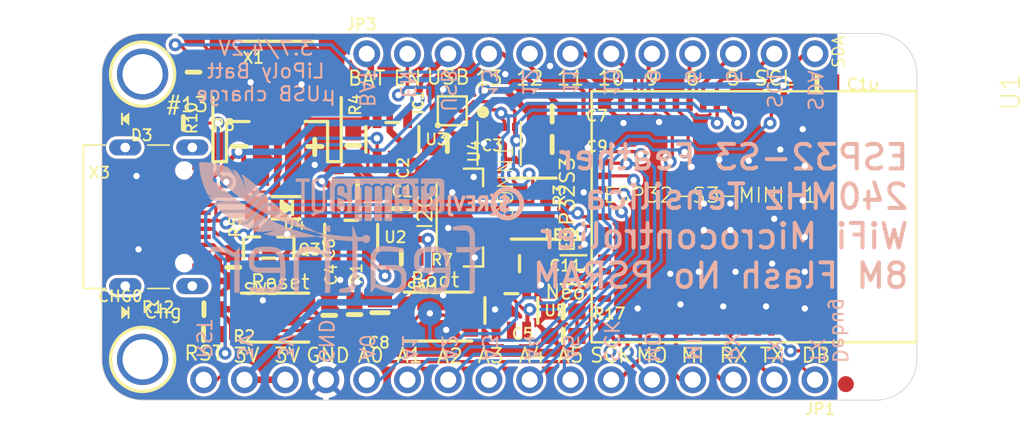
<source format=kicad_pcb>
(kicad_pcb (version 20221018) (generator pcbnew)
  (layers (0 "F.Cu" signal) (31 "B.Cu" signal) (34 "B.Paste" user) (35 "F.Paste" user) (36 "B.SilkS" user "B.Silkscreen") (37 "F.SilkS" user "F.Silkscreen") (38 "B.Mask" user) (39 "F.Mask" user) (44 "Edge.Cuts" user))
  (net 0 "")
  (net 1 "GND")
  (net 2 "VBUS")
  (net 3 "VBAT")
  (net 4 "N$1")
  (net 5 "N$3")
  (net 6 "N$4")
  (net 7 "3.3V")
  (net 8 "RESET")
  (net 9 "EN")
  (net 10 "MOSI")
  (net 11 "SDA")
  (net 12 "SCL")
  (net 13 "MISO")
  (net 14 "SCK")
  (net 15 "VHI")
  (net 16 "N$5")
  (net 17 "D+")
  (net 18 "D-")
  (net 19 "N$8")
  (net 20 "N$9")
  (net 21 "A0")
  (net 22 "A1")
  (net 23 "NEOPIX")
  (net 24 "TXD0")
  (net 25 "BOOT0")
  (net 26 "D6")
  (net 27 "D9")
  (net 28 "D10")
  (net 29 "D11")
  (net 30 "D12")
  (net 31 "D13")
  (net 32 "D5")
  (net 33 "RX")
  (net 34 "TX")
  (net 35 "A2")
  (net 36 "A3")
  (net 37 "A4")
  (net 38 "A5")
  (net 39 "NEOPIX_PWR")
  (net 40 "IO34_DBLTAP")
  (net 41 "VSENSOR")
  (net 42 "I2C_PWR")
  (footprint "working:0603-NO" (layer "F.Cu") (at 151.8666 110.9091)
    (fp_text reference "R17")
    (fp_text value "1Meg")
  )
  (footprint "" (layer "F.Cu") (at 171.3611 95.4786)
    (fp_text reference "@HOLE1" hide)
    (fp_text value "")
  )
  (footprint "working:0603-NO" (layer "F.Cu") (at 167.6781 96.6216)
    (fp_text reference "C10")
    (fp_text value "1uF")
  )
  (footprint "working:BTN_KMR2_4.6X2.8" (layer "F.Cu") (at 133.8961 111.2901)
    (fp_text reference "SW2")
    (fp_text value "KMR2")
  )
  (footprint "working:0603-NO" (layer "F.Cu") (at 137.2743 111.1504 90)
    (fp_text reference "C4")
    (fp_text value "1uF")
  )
  (footprint "working:0805-NO" (layer "F.Cu") (at 140.4389 110.9818 -90)
    (fp_text reference "C8")
    (fp_text value "10µF")
  )
  (footprint "working:CHIPLED_0603_NOOUTLINE" (layer "F.Cu") (at 124.5616 98.9076 90)
    (fp_text reference "D3")
    (fp_text value "RED")
  )
  (footprint "working:0805-NO" (layer "F.Cu") (at 141.7574 104.4956 90)
    (fp_text reference "C2")
    (fp_text value "10uF")
  )
  (footprint "working:1X16_ROUND" (layer "F.Cu") (at 148.5011 115.1636 180)
    (fp_text reference "JP1")
    (fp_text value "")
  )
  (footprint "working:WLCSP9" (layer "F.Cu") (at 144.9451 98.3996 90)
    (fp_text reference "IC1")
    (fp_text value "LC709203F/MH")
  )
  (footprint "working:SOD-123" (layer "F.Cu") (at 134.5819 104.4448 180)
    (fp_text reference "D4")
    (fp_text value "MBR540")
  )
  (footprint "working:0805-NO" (layer "F.Cu") (at 139.0396 103.3018)
    (fp_text reference "C1")
    (fp_text value "10uF")
  )
  (footprint "working:CHIPLED_0603_NOOUTLINE" (layer "F.Cu") (at 124.5616 110.9726 -90)
    (fp_text reference "CHG0")
    (fp_text value "ORANGE")
  )
  (footprint "" (layer "F.Cu") (at 171.3611 114.5921)
    (fp_text reference "@HOLE0" hide)
    (fp_text value "")
  )
  (footprint "working:QFN60_ESP32-S2-MINI-1_EXP" (layer "F.Cu") (at 163.7411 105.0036 -90)
    (fp_text reference "U1")
    (fp_text value "ESP32-S3-MINI-1")
  )
  (footprint "working:0805-NO" (layer "F.Cu") (at 151.1681 100.4951)
    (fp_text reference "C9")
    (fp_text value "10uF")
  )
  (footprint "working:MOUNTINGHOLE_2.5_PLATED" (layer "F.Cu") (at 125.6411 113.8936 -90)
    (fp_text reference "U$32" hide)
    (fp_text value "MOUNTINGHOLE2.5" hide)
  )
  (footprint "working:1X12_ROUND" (layer "F.Cu") (at 153.5811 94.8436)
    (fp_text reference "JP3")
    (fp_text value "")
  )
  (footprint "working:0603-NO" (layer "F.Cu") (at 128.8161 95.9866 -90)
    (fp_text reference "R10")
    (fp_text value "5.1K")
  )
  (footprint "working:0805-NO" (layer "F.Cu") (at 151.1681 98.5901)
    (fp_text reference "C7")
    (fp_text value "10uF")
  )
  (footprint "working:0805-NO" (layer "F.Cu") (at 144.6403 100.4316)
    (fp_text reference "C3")
    (fp_text value "10µF")
  )
  (footprint "working:SOT23-5" (layer "F.Cu") (at 138.6459 106.2736)
    (fp_text reference "U2")
    (fp_text value "AP2112/RT9080-3.3")
  )
  (footprint "working:0603-NO" (layer "F.Cu") (at 138.8491 111.0996 90)
    (fp_text reference "R1")
    (fp_text value "5.1K")
  )
  (footprint "working:_0805MP" (layer "F.Cu") (at 149.1361 107.9246)
    (fp_text reference "C11")
    (fp_text value "10uF")
  )
  (footprint "working:FIDUCIAL_1MM" (layer "F.Cu") (at 134.5311 95.3516 -90)
    (fp_text reference "U$34" hide)
    (fp_text value "FIDUCIAL_1MM" hide)
  )
  (footprint "working:0805-NO" (layer "F.Cu") (at 136.0443 107.0406 -90)
    (fp_text reference "C6")
    (fp_text value "10µF")
  )
  (footprint "working:SOT23-R" (layer "F.Cu") (at 133.5024 106.9213)
    (fp_text reference "Q3")
    (fp_text value "DMG3415U")
  )
  (footprint "working:0603-NO" (layer "F.Cu") (at 128.1811 99.1616)
    (fp_text reference "R8")
    (fp_text value "5.1K")
  )
  (footprint "working:USB_C_CUSB31-CFM2AX-01-X" (layer "F.Cu") (at 125.7681 105.0036 -90)
    (fp_text reference "X3")
    (fp_text value "USB C")
  )
  (footprint "working:BTN_KMR2_4.6X2.8" (layer "F.Cu") (at 144.0561 111.2266)
    (fp_text reference "SW1")
    (fp_text value "KMR2")
  )
  (footprint "working:FIDUCIAL_1MM" (layer "F.Cu") (at 169.4779 115.436 -90)
    (fp_text reference "U$35" hide)
    (fp_text value "FIDUCIAL_1MM" hide)
  )
  (footprint "working:0603-NO" (layer "F.Cu") (at 141.7701 107.5563)
    (fp_text reference "R7")
    (fp_text value "100K")
  )
  (footprint "working:JST_SH4_RA" (layer "F.Cu") (at 145.4531 105.0036 -90)
    (fp_text reference "CONN1")
    (fp_text value "JST SH")
  )
  (footprint "working:0603-NO" (layer "F.Cu") (at 129.4638 110.7694 180)
    (fp_text reference "R12")
    (fp_text value "100K")
  )
  (footprint "working:SOT23-5" (layer "F.Cu") (at 148.6281 110.8456)
    (fp_text reference "U5")
    (fp_text value "AP2112/RT9080-3.3")
  )
  (footprint "working:0603-NO" (layer "F.Cu") (at 129.4384 112.3188)
    (fp_text reference "R2")
    (fp_text value "5.1K")
  )
  (footprint "working:JSTPH2_BATT" (layer "F.Cu") (at 134.0231 97.0661)
    (fp_text reference "X1")
    (fp_text value "JSTPH")
  )
  (footprint "working:MOUNTINGHOLE_2.5_PLATED" (layer "F.Cu") (at 125.6411 96.1136 -90)
    (fp_text reference "U$31" hide)
    (fp_text value "MOUNTINGHOLE2.5" hide)
  )
  (footprint "working:0603-NO" (layer "F.Cu") (at 131.2926 108.1532 90)
    (fp_text reference "R5")
    (fp_text value "5.1K")
  )
  (footprint "working:RESPACK_4X0603" (layer "F.Cu") (at 150.0251 104.4956 -90)
    (fp_text reference "R3")
    (fp_text value "10K")
  )
  (footprint "working:SK6805_1515" (layer "F.Cu") (at 152.5016 108.3056)
    (fp_text reference "LED1")
    (fp_text value "WS2812B_SK6805_1515")
  )
  (footprint "working:SOT23-5" (layer "F.Cu") (at 141.2113 100.1776)
    (fp_text reference "U3")
    (fp_text value "MCP73831T-2ACI/OT")
  )
  (footprint "working:0603-NO" (layer "F.Cu") (at 138.7729 100.5586 90)
    (fp_text reference "R4")
    (fp_text value "5.1K")
  )
  (footprint "working:0603-NO" (layer "F.Cu") (at 151.8666 112.4331 180)
    (fp_text reference "C5")
    (fp_text value "1uF")
  )
  (footprint "working:BME280" (layer "F.Cu") (at 147.8661 100.4316 90)
    (fp_text reference "U4")
    (fp_text value "BME280")
  )
  (footprint "working:FEATHERLOGO_MED" (layer "B.Cu") (at 146.9771 109.8296 180)
    (fp_text reference "U$15" hide)
    (fp_text value "" hide)
  )
  (footprint "working:TESTPOINT_ROUND_1.5MM_NO" (layer "B.Cu") (at 143.5481 111.0234 180)
    (fp_text reference "TP1" hide)
    (fp_text value "" hide)
  )
  (footprint "working:STEMMAQT" (layer "B.Cu") (at 144.4371 105.2576 180)
    (fp_text reference "U$53" hide)
    (fp_text value "" hide)
  )
  (footprint "working:PCBFEAT-REV-040" (layer "B.Cu") (at 148.3741 104.1781 180)
    (fp_text reference "U$14" hide)
    (fp_text value "" hide)
  )
  (gr_line (start 123.1011 96.1136) (end 123.1011 113.8936) (stroke (width 0.05)) (layer "Edge.Cuts"))
  (gr_line (start 171.3611 93.5736) (end 125.6411 93.5736) (stroke (width 0.05)) (layer "Edge.Cuts"))
  (gr_line (start 173.9011 113.8936) (end 173.9011 96.1136) (stroke (width 0.05)) (layer "Edge.Cuts"))
  (gr_arc (start 173.9011 113.8936) (mid 173.157151 115.689651) (end 171.3611 116.4336) (stroke (width 0.05)) (layer "Edge.Cuts"))
  (gr_arc (start 171.3611 93.5736) (mid 173.157151 94.317549) (end 173.9011 96.1136) (stroke (width 0.05)) (layer "Edge.Cuts"))
  (gr_arc (start 125.6411 116.4336) (mid 123.845049 115.689651) (end 123.1011 113.8936) (stroke (width 0.05)) (layer "Edge.Cuts"))
  (gr_arc (start 123.1011 96.1136) (mid 123.845049 94.317549) (end 125.6411 93.5736) (stroke (width 0.05)) (layer "Edge.Cuts"))
  (gr_line (start 125.6411 116.4336) (end 171.3611 116.4336) (stroke (width 0.05)) (layer "Edge.Cuts"))
  (gr_text "MI" (at 159.9311 113.2586 -90) (layer "B.SilkS") (effects (font (size 0.89408 0.89408) (thickness 0.12192)) (justify mirror)))
  (gr_text "9" (at 157.3911 96.2406 -90) (layer "B.SilkS") (effects (font (size 0.89408 0.89408) (thickness 0.12192)) (justify mirror)))
  (gr_text "13" (at 147.2311 96.6216 -90) (layer "B.SilkS") (effects (font (size 0.89408 0.89408) (thickness 0.12192)) (justify mirror)))
  (gr_text "A5" (at 152.3111 113.1316 -90) (layer "B.SilkS") (effects (font (size 0.89408 0.89408) (thickness 0.12192)) (justify mirror)))
  (gr_text "GND" (at 137.0711 112.7506 -90) (layer "B.SilkS") (effects (font (size 0.89408 0.89408) (thickness 0.12192)) (justify mirror)))
  (gr_text "MO" (at 157.3911 113.1316 -90) (layer "B.SilkS") (effects (font (size 0.89408 0.89408) (thickness 0.12192)) (justify mirror)))
  (gr_text "RX" (at 162.3441 113.1316 -90) (layer "B.SilkS") (effects (font (size 0.89408 0.89408) (thickness 0.12192)) (justify mirror)))
  (gr_text "RST" (at 129.4511 112.6236 -90) (layer "B.SilkS") (effects (font (size 0.89408 0.89408) (thickness 0.12192)) (justify mirror)))
  (gr_text "SCK" (at 154.8511 112.7506 -90) (layer "B.SilkS") (effects (font (size 0.89408 0.89408) (thickness 0.12192)) (justify mirror)))
  (gr_text "USB" (at 144.6911 97.1296 -90) (layer "B.SilkS") (effects (font (size 0.89408 0.89408) (thickness 0.12192)) (justify mirror)))
  (gr_text "SDA" (at 167.5511 97.1296 -90) (layer "B.SilkS") (effects (font (size 0.89408 0.89408) (thickness 0.12192)) (justify mirror)))
  (gr_text "3V" (at 134.5311 113.1316 -90) (layer "B.SilkS") (effects (font (size 0.89408 0.89408) (thickness 0.12192)) (justify mirror)))
  (gr_text "A0" (at 139.6111 113.1316 -90) (layer "B.SilkS") (effects (font (size 0.89408 0.89408) (thickness 0.12192)) (justify mirror)))
  (gr_text "A3" (at 147.2565 113.157 -90) (layer "B.SilkS") (effects (font (size 0.89408 0.89408) (thickness 0.12192)) (justify mirror)))
  (gr_text "3.7/4.2V\nLiPoly Batt\nµUSB charge" (at 133.3246 95.9231) (layer "B.SilkS") (effects (font (size 0.88392 0.88392) (thickness 0.13208)) (justify mirror)))
  (gr_text "SCL" (at 165.0111 97.0026 -90) (layer "B.SilkS") (effects (font (size 0.89408 0.89408) (thickness 0.12192)) (justify mirror)))
  (gr_text "3V" (at 131.9911 113.1316 -90) (layer "B.SilkS") (effects (font (size 0.89408 0.89408) (thickness 0.12192)) (justify mirror)))
  (gr_text "A2" (at 144.7419 113.157 -90) (layer "B.SilkS") (effects (font (size 0.89408 0.89408) (thickness 0.12192)) (justify mirror)))
  (gr_text "11" (at 152.3111 96.4946 -90) (layer "B.SilkS") (effects (font (size 0.89408 0.89408) (thickness 0.12192)) (justify mirror)))
  (gr_text "A4" (at 149.8981 113.1316 -90) (layer "B.SilkS") (effects (font (size 0.89408 0.89408) (thickness 0.12192)) (justify mirror)))
  (gr_text "BAT" (at 139.6111 97.0026 -90) (layer "B.SilkS") (effects (font (size 0.89408 0.89408) (thickness 0.12192)) (justify mirror)))
  (gr_text "10" (at 154.8511 96.6216 -90) (layer "B.SilkS") (effects (font (size 0.89408 0.89408) (thickness 0.12192)) (justify mirror)))
  (gr_text "5" (at 162.4711 96.2406 -90) (layer "B.SilkS") (effects (font (size 0.89408 0.89408) (thickness 0.12192)) (justify mirror)))
  (gr_text "12" (at 149.7711 96.6216 -90) (layer "B.SilkS") (effects (font (size 0.89408 0.89408) (thickness 0.12192)) (justify mirror)))
  (gr_text "EN" (at 142.1511 96.7486 -90) (layer "B.SilkS") (effects (font (size 0.89408 0.89408) (thickness 0.12192)) (justify mirror)))
  (gr_text "A1" (at 142.2781 113.1316 -90) (layer "B.SilkS") (effects (font (size 0.89408 0.89408) (thickness 0.12192)) (justify mirror)))
  (gr_text "ESP32-S3 Feather\n240MHz Tensilica\nWiFi Microcontroller\n8M Flash No PSRAM" (at 173.5201 109.5756) (layer "B.SilkS") (effects (font (size 1.52908 1.52908) (thickness 0.24892)) (justify left bottom mirror)))
  (gr_text "6" (at 159.9311 96.2406 -90) (layer "B.SilkS") (effects (font (size 0.89408 0.89408) (thickness 0.12192)) (justify mirror)))
  (gr_text "Debug\nTX" (at 168.3766 114.2111 -90) (layer "B.SilkS") (effects (font (size 0.89408 0.89408) (thickness 0.12192)) (justify left mirror)))
  (gr_text "TX" (at 165.0111 113.3856 -90) (layer "B.SilkS") (effects (font (size 0.89408 0.89408) (thickness 0.12192)) (justify mirror)))
  (gr_text "A2" (at 144.7927 113.6904) (layer "F.SilkS") (effects (font (size 0.89408 0.89408) (thickness 0.12192))))
  (gr_text "13" (at 147.2311 96.3676) (layer "F.SilkS") (effects (font (size 0.89408 0.89408) (thickness 0.12192))))
  (gr_text "6" (at 159.9311 96.3676) (layer "F.SilkS") (effects (font (size 0.89408 0.89408) (thickness 0.12192))))
  (gr_text "BAT" (at 139.6111 96.3676) (layer "F.SilkS") (effects (font (size 0.89408 0.89408) (thickness 0.12192))))
  (gr_text "SDA" (at 169.0116 94.7166 90) (layer "F.SilkS") (effects (font (size 0.715264 0.715264) (thickness 0.097536))))
  (gr_text "12" (at 149.7711 96.3676) (layer "F.SilkS") (effects (font (size 0.89408 0.89408) (thickness 0.12192))))
  (gr_text "Chg" (at 126.9111 110.9091) (layer "F.SilkS") (effects (font (size 0.849376 0.849376) (thickness 0.115824))))
  (gr_text "DB" (at 167.6146 113.6396) (layer "F.SilkS") (effects (font (size 0.89408 0.89408) (thickness 0.12192))))
  (gr_text "Reset" (at 134.2136 109.0676) (layer "F.SilkS") (effects (font (size 0.89408 0.89408) (thickness 0.12192))))
  (gr_text "SCK" (at 154.8511 113.6396) (layer "F.SilkS") (effects (font (size 0.89408 0.89408) (thickness 0.12192))))
  (gr_text "10" (at 154.8511 96.3676) (layer "F.SilkS") (effects (font (size 0.89408 0.89408) (thickness 0.12192))))
  (gr_text "Boot" (at 143.8656 108.9406) (layer "F.SilkS") (effects (font (size 0.89408 0.89408) (thickness 0.12192))))
  (gr_text "MO" (at 157.3911 113.6396) (layer "F.SilkS") (effects (font (size 0.89408 0.89408) (thickness 0.12192))))
  (gr_text "I2C" (at 142.7226 103.5431 90) (layer "F.SilkS") (effects (font (size 0.89408 0.89408) (thickness 0.12192)) (justify right top)))
  (gr_text "A3" (at 147.3327 113.665) (layer "F.SilkS") (effects (font (size 0.89408 0.89408) (thickness 0.12192))))
  (gr_text "MI" (at 159.9311 113.6396) (layer "F.SilkS") (effects (font (size 0.89408 0.89408) (thickness 0.12192))))
  (gr_text "USB" (at 144.6911 96.3041) (layer "F.SilkS") (effects (font (size 0.89408 0.89408) (thickness 0.12192))))
  (gr_text "9" (at 157.3911 96.3676) (layer "F.SilkS") (effects (font (size 0.89408 0.89408) (thickness 0.12192))))
  (gr_text "3V" (at 134.6581 113.6396) (layer "F.SilkS") (effects (font (size 0.89408 0.89408) (thickness 0.12192))))
  (gr_text "ESP32S3" (at 152.1206 104.2416 90) (layer "F.SilkS") (effects (font (size 0.89408 0.89408) (thickness 0.12192))))
  (gr_text "A0" (at 139.8651 113.6396) (layer "F.SilkS") (effects (font (size 0.89408 0.89408) (thickness 0.12192))))
  (gr_text "RX" (at 162.4711 113.6396) (layer "F.SilkS") (effects (font (size 0.89408 0.89408) (thickness 0.12192))))
  (gr_text "RST" (at 129.4511 113.5126) (layer "F.SilkS") (effects (font (size 0.89408 0.89408) (thickness 0.12192))))
  (gr_text "A5" (at 152.3111 113.6396) (layer "F.SilkS") (effects (font (size 0.89408 0.89408) (thickness 0.12192))))
  (gr_text "#13" (at 128.4351 98.0186) (layer "F.SilkS") (effects (font (size 0.89408 0.89408) (thickness 0.12192))))
  (gr_text "5" (at 162.4711 96.3676) (layer "F.SilkS") (effects (font (size 0.89408 0.89408) (thickness 0.12192))))
  (gr_text "A1" (at 142.2781 113.6396) (layer "F.SilkS") (effects (font (size 0.89408 0.89408) (thickness 0.12192))))
  (gr_text "Neo" (at 151.9936 109.7026) (layer "F.SilkS") (effects (font (size 0.89408 0.89408) (thickness 0.12192))))
  (gr_text "TX" (at 164.8841 113.6396) (layer "F.SilkS") (effects (font (size 0.89408 0.89408) (thickness 0.12192))))
  (gr_text "GND" (at 137.1981 113.6396) (layer "F.SilkS") (effects (font (size 0.89408 0.89408) (thickness 0.12192))))
  (gr_text "11" (at 152.3111 96.3676) (layer "F.SilkS") (effects (font (size 0.89408 0.89408) (thickness 0.12192))))
  (gr_text "SCL" (at 165.0111 96.3676) (layer "F.SilkS") (effects (font (size 0.89408 0.89408) (thickness 0.12192))))
  (gr_text "A4" (at 149.8981 113.6396) (layer "F.SilkS") (effects (font (size 0.89408 0.89408) (thickness 0.12192))))
  (gr_text "EN" (at 142.1511 96.3676) (layer "F.SilkS") (effects (font (size 0.89408 0.89408) (thickness 0.12192))))
  (gr_text "3V" (at 132.1181 113.6396) (layer "F.SilkS") (effects (font (size 0.89408 0.89408) (thickness 0.12192))))
  (segment (start 129.3131 108.2036) (end 129.5405 108.2036) (width 0.4064) (layer "F.Cu") (net 1))
  (segment (start 159.64535 101.66985) (end 159.8676 101.8921) (width 0.254) (layer "F.Cu") (net 1))
  (segment (start 129.3131 101.8036) (end 129.6031 101.8036) (width 0.4064) (layer "F.Cu") (net 1))
  (segment (start 137.965 108.5547) (end 137.8331 108.6866) (width 0.4064) (layer "F.Cu") (net 1))
  (segment (start 159.64535 101.66985) (end 158.9786 102.3366) (width 0.254) (layer "F.Cu") (net 1))
  (segment (start 149.1751 105.7956) (end 148.5346 105.7956) (width 0.2032) (layer "F.Cu") (net 1))
  (segment (start 139.9896 102.7303) (end 138.7729 101.5136) (width 0.4064) (layer "F.Cu") (net 1))
  (segment (start 130.3138 110.7694) (end 131.5668 110.7694) (width 0.4064) (layer "F.Cu") (net 1))
  (segment (start 148.5346 105.7956) (end 148.3106 106.0196) (width 0.2032) (layer "F.Cu") (net 1))
  (segment (start 136.0443 108.6866) (end 136.0443 107.9906) (width 0.4064) (layer "F.Cu") (net 1))
  (segment (start 158.9786 102.3366) (end 157.4546 102.3366) (width 0.254) (layer "F.Cu") (net 1))
  (segment (start 138.7729 101.4086) (end 138.4291 101.4086) (width 0.4064) (layer "F.Cu") (net 1))
  (segment (start 137.4521 100.6856) (end 136.3726 101.7651) (width 0.4064) (layer "F.Cu") (net 1))
  (segment (start 130.7889 100.607063) (end 130.8481 100.547863) (width 0.4064) (layer "F.Cu") (net 1))
  (segment (start 144.9451 98.8996) (end 144.9451 99.7864) (width 0.2032) (layer "F.Cu") (net 1))
  (segment (start 138.192212 108.5547) (end 137.965 108.5547) (width 0.4064) (layer "F.Cu") (net 1))
  (segment (start 155.466996 99.0346) (end 156.8831 99.0346) (width 0.254) (layer "F.Cu") (net 1))
  (segment (start 130.8481 100.547863) (end 130.8481 100.0506) (width 0.4064) (layer "F.Cu") (net 1))
  (segment (start 154.435996 98.0036) (end 155.466996 99.0346) (width 0.254) (layer "F.Cu") (net 1))
  (segment (start 141.2113 101.4777) (end 141.2113 102.9995) (width 0.4064) (layer "F.Cu") (net 1))
  (segment (start 138.6459 107.5737) (end 138.6459 108.101013) (width 0.4064) (layer "F.Cu") (net 1))
  (segment (start 148.3106 106.3371) (end 148.1441 106.5036) (width 0.2032) (layer "F.Cu") (net 1))
  (segment (start 139.9896 103.3018) (end 139.9896 102.7303) (width 0.4064) (layer "F.Cu") (net 1))
  (segment (start 130.3401 109.0032) (end 131.2926 109.0032) (width 0.4064) (layer "F.Cu") (net 1))
  (segment (start 157.4546 99.6061) (end 157.4546 102.3366) (width 0.254) (layer "F.Cu") (net 1))
  (segment (start 144.9451 99.7864) (end 145.5903 100.4316) (width 0.2032) (layer "F.Cu") (net 1))
  (segment (start 141.3379 111.0328) (end 140.4389 111.9318) (width 0.4064) (layer "F.Cu") (net 1))
  (segment (start 132.7531 99.9236) (end 133.0231 100.1936) (width 0.4064) (layer "F.Cu") (net 1))
  (segment (start 141.727712 111.0328) (end 141.3379 111.0328) (width 0.4064) (layer "F.Cu") (net 1))
  (segment (start 129.6031 101.8036) (end 130.7889 100.6178) (width 0.4064) (layer "F.Cu") (net 1))
  (segment (start 130.3401 109.0032) (end 129.5405 108.2036) (width 0.4064) (layer "F.Cu") (net 1))
  (segment (start 148.3106 106.0196) (end 148.3106 106.3371) (width 0.2032) (layer "F.Cu") (net 1))
  (segment (start 138.6459 108.101013) (end 138.192212 108.5547) (width 0.4064) (layer "F.Cu") (net 1))
  (segment (start 138.7729 101.5136) (end 138.7729 101.4086) (width 0.4064) (layer "F.Cu") (net 1))
  (segment (start 163.086 105.0036) (end 164.8841 105.0036) (width 0.2032) (layer "F.Cu") (net 1))
  (segment (start 156.8831 99.0346) (end 157.4546 99.6061) (width 0.254) (layer "F.Cu") (net 1))
  (segment (start 145.5903 101.2042) (end 144.5909 102.2036) (width 0.4064) (layer "F.Cu") (net 1))
  (segment (start 130.7889 100.6178) (end 130.7889 100.607063) (width 0.4064) (layer "F.Cu") (net 1))
  (segment (start 131.5668 110.7694) (end 131.8461 110.4901) (width 0.4064) (layer "F.Cu") (net 1))
  (segment (start 164.8841 105.0036) (end 165.0111 105.1306) (width 0.2032) (layer "F.Cu") (net 1))
  (segment (start 145.5903 100.4316) (end 145.5903 101.2042) (width 0.4064) (layer "F.Cu") (net 1))
  (segment (start 142.0061 110.4266) (end 142.0061 110.754413) (width 0.4064) (layer "F.Cu") (net 1))
  (segment (start 133.0231 100.1936) (end 133.0231 100.7661) (width 0.4064) (layer "F.Cu") (net 1))
  (segment (start 137.7061 100.6856) (end 137.4521 100.6856) (width 0.4064) (layer "F.Cu") (net 1))
  (segment (start 130.8481 100.0506) (end 130.9751 99.9236) (width 0.4064) (layer "F.Cu") (net 1))
  (segment (start 148.1441 106.5036) (end 147.1391 106.5036) (width 0.2032) (layer "F.Cu") (net 1))
  (segment (start 137.8331 108.6866) (end 136.0443 108.6866) (width 0.4064) (layer "F.Cu") (net 1))
  (segment (start 130.9751 99.9236) (end 132.7531 99.9236) (width 0.4064) (layer "F.Cu") (net 1))
  (segment (start 142.0061 110.754413) (end 141.727712 111.0328) (width 0.4064) (layer "F.Cu") (net 1))
  (segment (start 141.2113 102.9995) (end 141.7574 103.5456) (width 0.4064) (layer "F.Cu") (net 1))
  (segment (start 138.4291 101.4086) (end 137.7061 100.6856) (width 0.4064) (layer "F.Cu") (net 1))
  (via (at 146.3421 107.5436) (size 0.8001) (drill 0.3937) (layers "F.Cu" "B.Cu") (net 1))
  (via (at 166.9161 108.4326) (size 0.8001) (drill 0.3937) (layers "F.Cu" "B.Cu") (net 1))
  (via (at 161.8361 110.5916) (size 0.8001) (drill 0.3937) (layers "F.Cu" "B.Cu") (net 1))
  (via (at 166.7891 103.9876) (size 0.8001) (drill 0.3937) (layers "F.Cu" "B.Cu") (net 1))
  (via (at 133.1341 110.2106) (size 0.8001) (drill 0.3937) (layers "F.Cu" "B.Cu") (net 1))
  (via (at 144.9451 103.4796) (size 0.8001) (drill 0.3937) (layers "F.Cu" "B.Cu") (net 1))
  (via (at 162.2806 104.1781) (size 0.8001) (drill 0.3937) (layers "F.Cu" "B.Cu") (net 1))
  (via (at 166.9161 101.8286) (size 0.8001) (drill 0.3937) (layers "F.Cu" "B.Cu") (net 1))
  (via (at 125.2601 102.4636) (size 0.8001) (drill 0.3937) (layers "F.Cu" "B.Cu") (net 1))
  (via (at 150.4696 109.2581) (size 0.8001) (drill 0.3937) (layers "F.Cu" "B.Cu") (net 1))
  (via (at 136.3726 101.7651) (size 0.8001) (drill 0.3937) (layers "F.Cu" "B.Cu") (net 1))
  (via (at 163.4236 101.5111) (size 0.8001) (drill 0.3937) (layers "F.Cu" "B.Cu") (net 1))
  (via (at 148.2471 96.1136) (size 0.8001) (drill 0.3937) (layers "F.Cu" "B.Cu") (net 1))
  (via (at 144.5641 112.0521) (size 0.8001) (drill 0.3937) (layers "F.Cu" "B.Cu") (net 1))
  (via (at 157.8356 99.0981) (size 0.8001) (drill 0.3937) (layers "F.Cu" "B.Cu") (net 1))
  (via (at 144.6911 105.7021) (size 0.8001) (drill 0.3937) (layers "F.Cu" "B.Cu") (net 1))
  (via (at 165.3921 100.8126) (size 0.8001) (drill 0.3937) (layers "F.Cu" "B.Cu") (net 1))
  (via (at 125.3871 107.0356) (size 0.8001) (drill 0.3937) (layers "F.Cu" "B.Cu") (net 1))
  (via (at 135.5471 96.7486) (size 0.8001) (drill 0.3937) (layers "F.Cu" "B.Cu") (net 1))
  (via (at 144.3736 109.8931) (size 0.8001) (drill 0.3937) (layers "F.Cu" "B.Cu") (net 1))
  (via (at 153.3906 100.6856) (size 0.8001) (drill 0.3937) (layers "F.Cu" "B.Cu") (net 1))
  (via (at 137.9601 108.9406) (size 0.8001) (drill 0.3937) (layers "F.Cu" "B.Cu") (net 1))
  (via (at 162.2806 105.8291) (size 0.8001) (drill 0.3937) (layers "F.Cu" "B.Cu") (net 1))
  (via (at 160.6296 105.8291) (size 0.8001) (drill 0.3937) (layers "F.Cu" "B.Cu") (net 1))
  (via (at 144.3736 97.0661) (size 0.8001) (drill 0.3937) (layers "F.Cu" "B.Cu") (net 1))
  (via (at 166.9161 106.2736) (size 0.8001) (drill 0.3937) (layers "F.Cu" "B.Cu") (net 1))
  (via (at 156.5021 110.7186) (size 0.8001) (drill 0.3937) (layers "F.Cu" "B.Cu") (net 1))
  (via (at 166.9161 110.7186) (size 0.8001) (drill 0.3937) (layers "F.Cu" "B.Cu") (net 1))
  (via (at 146.9136 100.4316) (size 0.8001) (drill 0.3937) (layers "F.Cu" "B.Cu") (net 1))
  (via (at 162.5981 108.4326) (size 0.8001) (drill 0.3937) (layers "F.Cu" "B.Cu") (net 1))
  (via (at 160.3121 108.4326) (size 0.8001) (drill 0.3937) (layers "F.Cu" "B.Cu") (net 1))
  (via (at 134.6581 106.0831) (size 0.8001) (drill 0.3937) (layers "F.Cu" "B.Cu") (net 1))
  (via (at 153.1366 103.4796) (size 0.8001) (drill 0.3937) (layers "F.Cu" "B.Cu") (net 1))
  (via (at 155.6131 99.1616) (size 0.8001) (drill 0.3937) (layers "F.Cu" "B.Cu") (net 1))
  (via (at 132.3721 96.6216) (size 0.8001) (drill 0.3937) (layers "F.Cu" "B.Cu") (net 1))
  (via (at 159.1691 110.4646) (size 0.8001) (drill 0.3937) (layers "F.Cu" "B.Cu") (net 1))
  (via (at 147.6121 110.7821) (size 0.8001) (drill 0.3937) (layers "F.Cu" "B.Cu") (net 1))
  (via (at 158.5341 108.5596) (size 0.8001) (drill 0.3937) (layers "F.Cu" "B.Cu") (net 1))
  (via (at 153.2001 106.7181) (size 0.8001) (drill 0.3937) (layers "F.Cu" "B.Cu") (net 1))
  (via (at 146.2786 102.5271) (size 0.8001) (drill 0.3937) (layers "F.Cu" "B.Cu") (net 1))
  (via (at 165.0111 105.1306) (size 0.8001) (drill 0.3937) (layers "F.Cu" "B.Cu") (net 1))
  (via (at 164.8841 107.9246) (size 0.8001) (drill 0.3937) (layers "F.Cu" "B.Cu") (net 1))
  (via (at 161.5821 101.4476) (size 0.8001) (drill 0.3937) (layers "F.Cu" "B.Cu") (net 1))
  (via (at 160.6296 104.1781) (size 0.8001) (drill 0.3937) (layers "F.Cu" "B.Cu") (net 1))
  (via (at 159.8676 101.8921) (size 0.8001) (drill 0.3937) (layers "F.Cu" "B.Cu") (net 1))
  (via (at 164.5031 110.5916) (size 0.8001) (drill 0.3937) (layers "F.Cu" "B.Cu") (net 1))
  (via (at 166.7891 99.5426) (size 0.8001) (drill 0.3937) (layers "F.Cu" "B.Cu") (net 1))
  (via (at 151.0411 95.6056) (size 0.8001) (drill 0.3937) (layers "F.Cu" "B.Cu") (net 1))
  (segment (start 129.3131 102.6036) (end 129.9481 102.6036) (width 0.3048) (layer "F.Cu") (net 2))
  (segment (start 124.3097 110.2205) (end 123.8116 110.7186) (width 0.3048) (layer "F.Cu") (net 2))
  (segment (start 142.1613 98.8775) (end 142.1613 98.2878) (width 0.4064) (layer "F.Cu") (net 2))
  (segment (start 132.5524 107.9213) (end 132.7319 107.7418) (width 0.3048) (layer "F.Cu") (net 2))
  (segment (start 131.6231 100.9526) (end 131.3691 101.2066) (width 0.3048) (layer "F.Cu") (net 2))
  (segment (start 127.2286 109.671997) (end 127.2286 110.2205) (width 0.3048) (layer "F.Cu") (net 2))
  (segment (start 132.7319 104.4448) (end 132.7319 104.3474) (width 0.3048) (layer "F.Cu") (net 2))
  (segment (start 128.6138 110.7694) (end 127.9153 110.7694) (width 0.3048) (layer "F.Cu") (net 2))
  (segment (start 132.7319 104.4448) (end 132.7319 107.7418) (width 0.3048) (layer "F.Cu") (net 2))
  (segment (start 123.8116 110.9726) (end 123.8116 110.7186) (width 0.4064) (layer "F.Cu") (net 2))
  (segment (start 126.951603 107.774604) (end 126.951603 109.395) (width 0.3048) (layer "F.Cu") (net 2))
  (segment (start 142.9131 96.6216) (end 142.9131 97.536) (width 0.4064) (layer "F.Cu") (net 2))
  (segment (start 142.9131 97.536) (end 142.7734 97.6757) (width 0.4064) (layer "F.Cu") (net 2))
  (segment (start 128.746537 102.6036) (end 129.3131 102.6036) (width 0.3048) (layer "F.Cu") (net 2))
  (segment (start 124.3097 110.2205) (end 127.2286 110.2205) (width 0.3048) (layer "F.Cu") (net 2))
  (segment (start 131.3451 101.2066) (end 129.9481 102.6036) (width 0.3048) (layer "F.Cu") (net 2))
  (segment (start 127.2921 107.434107) (end 127.2921 107.044354) (width 0.3048) (layer "F.Cu") (net 2))
  (segment (start 131.9406 101.2701) (end 131.9406 103.5561) (width 0.3048) (layer "F.Cu") (net 2))
  (segment (start 127.2921 104.058038) (end 128.746537 102.6036) (width 0.3048) (layer "F.Cu") (net 2))
  (segment (start 132.7319 104.3474) (end 131.9406 103.5561) (width 0.3048) (layer "F.Cu") (net 2))
  (segment (start 142.9131 96.6216) (end 144.6911 94.8436) (width 0.4064) (layer "F.Cu") (net 2))
  (segment (start 129.3131 107.4036) (end 128.746537 107.4036) (width 0.3048) (layer "F.Cu") (net 2))
  (segment (start 127.2921 107.434107) (end 126.951603 107.774604) (width 0.3048) (layer "F.Cu") (net 2))
  (segment (start 131.9406 101.2701) (end 131.6231 100.9526) (width 0.3048) (layer "F.Cu") (net 2))
  (segment (start 127.2921 107.044354) (end 127.2921 104.058038) (width 0.3048) (layer "F.Cu") (net 2))
  (segment (start 142.1613 98.2878) (end 142.7734 97.6757) (width 0.4064) (layer "F.Cu") (net 2))
  (segment (start 127.2286 110.2205) (end 127.3664 110.2205) (width 0.3048) (layer "F.Cu") (net 2))
  (segment (start 126.951603 109.395) (end 127.2286 109.671997) (width 0.3048) (layer "F.Cu") (net 2))
  (segment (start 128.38729 107.044354) (end 127.2921 107.044354) (width 0.3048) (layer "F.Cu") (net 2))
  (segment (start 128.746537 107.4036) (end 128.38729 107.044354) (width 0.3048) (layer "F.Cu") (net 2))
  (segment (start 131.3691 101.2066) (end 131.3451 101.2066) (width 0.3048) (layer "F.Cu") (net 2))
  (segment (start 127.9153 110.7694) (end 127.3664 110.2205) (width 0.3048) (layer "F.Cu") (net 2))
  (via (at 142.7734 97.6757) (size 0.889) (drill 0.4826) (layers "F.Cu" "B.Cu") (net 2))
  (via (at 131.6231 100.9526) (size 0.889) (drill 0.4826) (layers "F.Cu" "B.Cu") (net 2))
  (segment (start 136.3091 99.1616) (end 141.2875 99.1616) (width 0.4064) (layer "B.Cu") (net 2))
  (segment (start 136.3091 99.1616) (end 134.5181 100.9526) (width 0.4064) (layer "B.Cu") (net 2))
  (segment (start 142.7734 97.6757) (end 141.2875 99.1616) (width 0.4064) (layer "B.Cu") (net 2))
  (segment (start 131.6231 100.9526) (end 134.5181 100.9526) (width 0.4064) (layer "B.Cu") (net 2))
  (segment (start 143.6903 98.1939) (end 143.9846 97.8996) (width 0.3048) (layer "F.Cu") (net 3))
  (segment (start 135.0231 99.0506) (end 135.6741 98.3996) (width 0.4064) (layer "F.Cu") (net 3))
  (segment (start 142.1613 101.4777) (end 142.76214 101.4777) (width 0.3048) (layer "F.Cu") (net 3))
  (segment (start 134.9121 100.8771) (end 135.0231 100.7661) (width 0.3048) (layer "F.Cu") (net 3))
  (segment (start 135.6741 98.3996) (end 139.1666 98.3996) (width 0.4064) (layer "F.Cu") (net 3))
  (segment (start 141.0443 98.119688) (end 141.0443 99.642888) (width 0.4064) (layer "F.Cu") (net 3))
  (segment (start 133.5024 105.9213) (end 134.5819 104.8418) (width 0.3048) (layer "F.Cu") (net 3))
  (segment (start 134.5819 102.4128) (end 134.5819 104.8418) (width 0.3048) (layer "F.Cu") (net 3))
  (segment (start 134.5819 102.4128) (end 134.9121 102.0826) (width 0.3048) (layer "F.Cu") (net 3))
  (segment (start 134.9121 102.0826) (end 134.9121 100.8771) (width 0.3048) (layer "F.Cu") (net 3))
  (segment (start 141.0443 99.642888) (end 142.1613 100.759888) (width 0.4064) (layer "F.Cu") (net 3))
  (segment (start 139.8651 97.7011) (end 139.8651 97.7646) (width 0.4064) (layer "F.Cu") (net 3))
  (segment (start 139.8651 97.7646) (end 140.689212 97.7646) (width 0.4064) (layer "F.Cu") (net 3))
  (segment (start 142.1613 100.759888) (end 142.1613 101.4777) (width 0.4064) (layer "F.Cu") (net 3))
  (segment (start 135.0231 99.0506) (end 135.0231 100.7661) (width 0.4064) (layer "F.Cu") (net 3))
  (segment (start 139.1666 98.3996) (end 139.8651 97.7011) (width 0.4064) (layer "F.Cu") (net 3))
  (segment (start 140.689212 97.7646) (end 141.0443 98.119688) (width 0.4064) (layer "F.Cu") (net 3))
  (segment (start 143.669096 100.679744) (end 143.6903 100.4316) (width 0.3048) (layer "F.Cu") (net 3))
  (segment (start 142.76214 101.4777) (end 143.54054 100.679744) (width 0.3048) (layer "F.Cu") (net 3))
  (segment (start 139.8651 95.0976) (end 139.8651 97.7011) (width 0.4064) (layer "F.Cu") (net 3))
  (segment (start 143.669096 100.679744) (end 143.54054 100.679744) (width 0.3048) (layer "F.Cu") (net 3))
  (segment (start 139.6111 94.8436) (end 139.8651 95.0976) (width 0.4064) (layer "F.Cu") (net 3))
  (segment (start 143.6903 100.4316) (end 143.6903 98.1939) (width 0.3048) (layer "F.Cu") (net 3))
  (segment (start 143.9846 97.8996) (end 144.4451 97.8996) (width 0.3048) (layer "F.Cu") (net 3))
  (segment (start 127.651068 112.3188) (end 128.5884 112.3188) (width 0.2032) (layer "F.Cu") (net 4))
  (segment (start 127.651068 112.3188) (end 126.304868 110.9726) (width 0.2032) (layer "F.Cu") (net 4))
  (segment (start 125.3116 110.9726) (end 126.304868 110.9726) (width 0.2032) (layer "F.Cu") (net 4))
  (segment (start 140.2461 100.1085) (end 140.2613 100.1237) (width 0.2032) (layer "F.Cu") (net 5))
  (segment (start 130.2884 112.3188) (end 130.7846 112.815) (width 0.2032) (layer "F.Cu") (net 5))
  (segment (start 130.7846 112.815) (end 130.7846 113.5126) (width 0.2032) (layer "F.Cu") (net 5))
  (segment (start 140.2613 100.1237) (end 140.2613 101.4777) (width 0.2032) (layer "F.Cu") (net 5))
  (via (at 140.2461 100.1085) (size 0.8001) (drill 0.3937) (layers "F.Cu" "B.Cu") (net 5))
  (via (at 130.7846 113.5126) (size 0.8001) (drill 0.3937) (layers "F.Cu" "B.Cu") (net 5))
  (segment (start 140.2461 100.1085) (end 136.1242 100.1085) (width 0.2032) (layer "B.Cu") (net 5))
  (segment (start 129.5781 104.8766) (end 130.3401 104.1146) (width 0.2032) (layer "B.Cu") (net 5))
  (segment (start 129.5781 106.525994) (end 129.5781 104.8766) (width 0.2032) (layer "B.Cu") (net 5))
  (segment (start 132.1181 104.1146) (end 136.1242 100.1085) (width 0.2032) (layer "B.Cu") (net 5))
  (segment (start 130.7846 107.732494) (end 129.5781 106.525994) (width 0.2032) (layer "B.Cu") (net 5))
  (segment (start 130.7846 107.732494) (end 130.7846 113.5126) (width 0.2032) (layer "B.Cu") (net 5))
  (segment (start 130.3401 104.1146) (end 132.1181 104.1146) (width 0.2032) (layer "B.Cu") (net 5))
  (segment (start 139.4302 99.7086) (end 138.7729 99.7086) (width 0.2032) (layer "F.Cu") (net 6))
  (segment (start 140.2613 98.8775) (end 139.4302 99.7086) (width 0.2032) (layer "F.Cu") (net 6))
  (segment (start 150.2181 100.4951) (end 150.2181 99.12425) (width 0.4064) (layer "F.Cu") (net 7))
  (segment (start 166.8281 96.6216) (end 166.652503 96.797197) (width 0.4064) (layer "F.Cu") (net 7))
  (segment (start 137.4648 103.2383) (end 137.0076 102.7811) (width 0.4064) (layer "F.Cu") (net 7))
  (segment (start 148.3106 97.1296) (end 146.9771 97.1296) (width 0.4064) (layer "F.Cu") (net 7))
  (segment (start 150.2181 99.12425) (end 150.178415 98.997416) (width 0.4064) (layer "F.Cu") (net 7))
  (segment (start 139.0396 109.0676) (end 139.0396 110.0591) (width 0.2032) (layer "F.Cu") (net 7))
  (segment (start 165.622496 96.797197) (end 165.622496 96.8208) (width 0.4064) (layer "F.Cu") (net 7))
  (segment (start 150.178415 98.997416) (end 148.3106 97.1296) (width 0.4064) (layer "F.Cu") (net 7))
  (segment (start 142.7124 106.4006) (end 141.7574 105.4456) (width 0.4064) (layer "F.Cu") (net 7))
  (segment (start 143.4211 106.4006) (end 142.7124 106.4006) (width 0.4064) (layer "F.Cu") (net 7))
  (segment (start 150.2181 98.5901) (end 150.2181 100.4951) (width 0.4064) (layer "F.Cu") (net 7))
  (segment (start 138.0896 103.3018) (end 137.6959 103.6955) (width 0.3048) (layer "F.Cu") (net 7))
  (segment (start 165.5826 96.8208) (end 165.622496 96.8208) (width 0.4064) (layer "F.Cu") (net 7))
  (segment (start 141.0741 105.4456) (end 141.7574 105.4456) (width 0.3048) (layer "F.Cu") (net 7))
  (segment (start 137.6959 104.9735) (end 137.6959 105.6284) (width 0.3048) (layer "F.Cu") (net 7))
  (segment (start 138.0871 106.0196) (end 140.5001 106.0196) (width 0.3048) (layer "F.Cu") (net 7))
  (segment (start 165.622496 96.8208) (end 165.622496 97.9401) (width 0.4064) (layer "F.Cu") (net 7))
  (segment (start 137.0076 102.7811) (end 136.8171 102.7811) (width 0.4064) (layer "F.Cu") (net 7))
  (segment (start 137.6959 103.6955) (end 137.6959 104.9735) (width 0.3048) (layer "F.Cu") (net 7))
  (segment (start 140.4389 110.0318) (end 139.0669 110.0318) (width 0.4064) (layer "F.Cu") (net 7))
  (segment (start 140.5001 106.0196) (end 141.0741 105.4456) (width 0.3048) (layer "F.Cu") (net 7))
  (segment (start 165.685996 98.0036) (end 165.622496 97.9401) (width 0.4064) (layer "F.Cu") (net 7))
  (segment (start 137.6959 105.6284) (end 138.0871 106.0196) (width 0.3048) (layer "F.Cu") (net 7))
  (segment (start 166.652503 96.797197) (end 165.622496 96.797197) (width 0.4064) (layer "F.Cu") (net 7))
  (segment (start 138.0261 103.2383) (end 137.4648 103.2383) (width 0.4064) (layer "F.Cu") (net 7))
  (segment (start 139.0669 110.0318) (end 138.8491 110.2496) (width 0.4064) (layer "F.Cu") (net 7))
  (segment (start 139.0396 110.0591) (end 138.8491 110.2496) (width 0.2032) (layer "F.Cu") (net 7))
  (segment (start 138.0896 103.3018) (end 138.0261 103.2383) (width 0.4064) (layer "F.Cu") (net 7))
  (segment (start 131.9911 115.1636) (end 134.5311 115.1636) (width 0.4064) (layer "F.Cu") (net 7))
  (via (at 143.4211 106.4006) (size 0.8001) (drill 0.3937) (layers "F.Cu" "B.Cu") (net 7))
  (via (at 165.5826 96.8208) (size 0.8001) (drill 0.3937) (layers "F.Cu" "B.Cu") (net 7))
  (via (at 139.0396 109.0676) (size 0.8001) (drill 0.3937) (layers "F.Cu" "B.Cu") (net 7))
  (via (at 146.9771 97.1296) (size 0.8001) (drill 0.3937) (layers "F.Cu" "B.Cu") (net 7))
  (via (at 136.8171 102.7811) (size 0.8001) (drill 0.3937) (layers "F.Cu" "B.Cu") (net 7))
  (segment (start 143.4211 106.4006) (end 143.4211 108.3056) (width 0.4064) (layer "B.Cu") (net 7))
  (segment (start 131.9911 115.0366) (end 136.6901 110.3376) (width 0.4064) (layer "B.Cu") (net 7))
  (segment (start 139.0396 109.0676) (end 139.0396 110.0201) (width 0.4064) (layer "B.Cu") (net 7))
  (segment (start 146.9771 97.3836) (end 142.2781 102.0826) (width 0.4064) (layer "B.Cu") (net 7))
  (segment (start 131.9911 115.0366) (end 131.9911 115.1636) (width 0.4064) (layer "B.Cu") (net 7))
  (segment (start 143.4211 108.3056) (end 141.3891 110.3376) (width 0.4064) (layer "B.Cu") (net 7))
  (segment (start 142.2781 102.0826) (end 137.5156 102.0826) (width 0.4064) (layer "B.Cu") (net 7))
  (segment (start 141.3891 110.3376) (end 138.7221 110.3376) (width 0.4064) (layer "B.Cu") (net 7))
  (segment (start 139.0396 110.0201) (end 138.7221 110.3376) (width 0.4064) (layer "B.Cu") (net 7))
  (segment (start 146.9771 97.1296) (end 148.5011 97.1296) (width 0.4064) (layer "B.Cu") (net 7))
  (segment (start 136.6901 110.3376) (end 138.7221 110.3376) (width 0.4064) (layer "B.Cu") (net 7))
  (segment (start 165.5826 96.8208) (end 148.8099 96.8208) (width 0.4064) (layer "B.Cu") (net 7))
  (segment (start 146.9771 97.1296) (end 146.9771 97.3836) (width 0.2032) (layer "B.Cu") (net 7))
  (segment (start 148.8099 96.8208) (end 148.5011 97.1296) (width 0.4064) (layer "B.Cu") (net 7))
  (segment (start 137.5156 102.0826) (end 136.8171 102.7811) (width 0.4064) (layer "B.Cu") (net 7))
  (segment (start 137.2743 112.0004) (end 138.7983 112.0004) (width 0.2032) (layer "F.Cu") (net 8))
  (segment (start 167.386 112.9157) (end 167.386 112.0036) (width 0.2032) (layer "F.Cu") (net 8))
  (segment (start 137.1846 112.0901) (end 135.9461 112.0901) (width 0.2032) (layer "F.Cu") (net 8))
  (segment (start 138.7983 112.0004) (end 138.8491 111.9496) (width 0.2032) (layer "F.Cu") (net 8))
  (segment (start 140.1365 114.038) (end 154.1305 114.038) (width 0.2032) (layer "F.Cu") (net 8))
  (segment (start 138.8491 112.7506) (end 140.1365 114.038) (width 0.2032) (layer "F.Cu") (net 8))
  (segment (start 131.8461 113.5941) (end 131.8461 112.0901) (width 0.2032) (layer "F.Cu") (net 8))
  (segment (start 138.8491 111.9496) (end 138.8491 112.7506) (width 0.2032) (layer "F.Cu") (net 8))
  (segment (start 154.7829 113.3856) (end 154.1305 114.038) (width 0.2032) (layer "F.Cu") (net 8))
  (segment (start 131.8461 113.5941) (end 130.2766 115.1636) (width 0.2032) (layer "F.Cu") (net 8))
  (segment (start 166.9375 113.3642) (end 167.386 112.9157) (width 0.2032) (layer "F.Cu") (net 8))
  (segment (start 166.0271 113.3642) (end 166.9375 113.3642) (width 0.2032) (layer "F.Cu") (net 8))
  (segment (start 137.2743 112.0004) (end 137.1846 112.0901) (width 0.2032) (layer "F.Cu") (net 8))
  (segment (start 129.4511 115.1636) (end 130.2766 115.1636) (width 0.2032) (layer "F.Cu") (net 8))
  (segment (start 131.8461 112.0901) (end 135.9461 112.0901) (width 0.2032) (layer "F.Cu") (net 8))
  (via (at 166.0271 113.3642) (size 0.8001) (drill 0.3937) (layers "F.Cu" "B.Cu") (net 8))
  (via (at 154.7829 113.3856) (size 0.8001) (drill 0.3937) (layers "F.Cu" "B.Cu") (net 8))
  (segment (start 165.3159 112.653) (end 166.0271 113.3642) (width 0.2032) (layer "B.Cu") (net 8))
  (segment (start 154.7829 113.052744) (end 155.182643 112.653) (width 0.2032) (layer "B.Cu") (net 8))
  (segment (start 154.7829 113.3856) (end 154.7829 113.052744) (width 0.2032) (layer "B.Cu") (net 8))
  (segment (start 155.182643 112.653) (end 165.3159 112.653) (width 0.2032) (layer "B.Cu") (net 8))
  (segment (start 140.9027 107.5737) (end 140.9201 107.5563) (width 0.2032) (layer "F.Cu") (net 9))
  (segment (start 140.9201 108.5206) (end 140.7541 108.6866) (width 0.2032) (layer "F.Cu") (net 9))
  (segment (start 140.9201 107.5563) (end 140.9201 108.5206) (width 0.2032) (layer "F.Cu") (net 9))
  (segment (start 141.58555 97.4177) (end 142.151146 96.852104) (width 0.2032) (layer "F.Cu") (net 9))
  (segment (start 142.151146 96.852104) (end 142.1511 94.8436) (width 0.2032) (layer "F.Cu") (net 9))
  (segment (start 139.5959 107.5737) (end 140.9027 107.5737) (width 0.2032) (layer "F.Cu") (net 9))
  (via (at 140.7541 108.6866) (size 0.8001) (drill 0.3937) (layers "F.Cu" "B.Cu") (net 9))
  (via (at 141.58555 97.4177) (size 0.8001) (drill 0.3937) (layers "F.Cu" "B.Cu") (net 9))
  (segment (start 140.7541 108.6866) (end 139.4841 107.4166) (width 0.2032) (layer "B.Cu") (net 9))
  (segment (start 136.3528 100.5149) (end 139.616443 100.5149) (width 0.2032) (layer "B.Cu") (net 9))
  (segment (start 130.0861 106.2736) (end 130.0861 105.120744) (width 0.2032) (layer "B.Cu") (net 9))
  (segment (start 143.5481 96.9351) (end 142.06815 96.9351) (width 0.2032) (layer "B.Cu") (net 9))
  (segment (start 131.2291 107.4166) (end 130.0861 106.2736) (width 0.2032) (layer "B.Cu") (net 9))
  (segment (start 139.942643 100.8411) (end 140.6875 100.8411) (width 0.2032) (layer "B.Cu") (net 9))
  (segment (start 130.0861 105.120744) (end 130.544643 104.6622) (width 0.2032) (layer "B.Cu") (net 9))
  (segment (start 140.6875 100.8411) (end 143.5481 97.9805) (width 0.2032) (layer "B.Cu") (net 9))
  (segment (start 143.5481 97.9805) (end 143.5481 96.9351) (width 0.2032) (layer "B.Cu") (net 9))
  (segment (start 139.616443 100.5149) (end 139.942643 100.8411) (width 0.2032) (layer "B.Cu") (net 9))
  (segment (start 142.06815 96.9351) (end 141.58555 97.4177) (width 0.2032) (layer "B.Cu") (net 9))
  (segment (start 132.2055 104.6622) (end 136.3528 100.5149) (width 0.2032) (layer "B.Cu") (net 9))
  (segment (start 139.4841 107.4166) (end 131.2291 107.4166) (width 0.2032) (layer "B.Cu") (net 9))
  (segment (start 130.544643 104.6622) (end 132.2055 104.6622) (width 0.2032) (layer "B.Cu") (net 9))
  (segment (start 155.485996 112.0036) (end 155.485996 112.4481) (width 0.254) (layer "F.Cu") (net 10))
  (segment (start 155.8671 112.829204) (end 155.485996 112.4481) (width 0.254) (layer "F.Cu") (net 10))
  (segment (start 155.8671 112.829204) (end 155.8671 113.4491) (width 0.254) (layer "F.Cu") (net 10))
  (via (at 155.8671 113.4491) (size 0.8001) (drill 0.3937) (layers "F.Cu" "B.Cu") (net 10))
  (segment (start 157.3911 115.1636) (end 155.8671 113.6396) (width 0.254) (layer "B.Cu") (net 10))
  (segment (start 155.8671 113.4491) (end 155.8671 113.6396) (width 0.254) (layer "B.Cu") (net 10))
  (segment (start 147.985856 98.54565) (end 147.776306 98.3361) (width 0.2032) (layer "F.Cu") (net 11))
  (segment (start 148.1911 99.045969) (end 148.1911 99.4066) (width 0.2032) (layer "F.Cu") (net 11))
  (segment (start 166.9161 94.8436) (end 165.7604 95.9993) (width 0.254) (layer "F.Cu") (net 11))
  (segment (start 147.1391 104.5036) (end 148.1956 104.5036) (width 0.2032) (layer "F.Cu") (net 11))
  (segment (start 149.1751 104.0956) (end 149.9616 104.0956) (width 0.2032) (layer "F.Cu") (net 11))
  (segment (start 162.286 98.0036) (end 162.286 97.2131) (width 0.254) (layer "F.Cu") (net 11))
  (segment (start 162.286 98.7225) (end 162.7251 99.1616) (width 0.2032) (layer "F.Cu") (net 11))
  (segment (start 166.9161 94.8436) (end 167.5511 94.8436) (width 0.254) (layer "F.Cu") (net 11))
  (segment (start 147.776306 98.3361) (end 146.7231 98.3361) (width 0.2032) (layer "F.Cu") (net 11))
  (segment (start 165.221087 95.9993) (end 165.7604 95.9993) (width 0.254) (layer "F.Cu") (net 11))
  (segment (start 162.286 97.2131) (end 162.4076 97.0915) (width 0.254) (layer "F.Cu") (net 11))
  (segment (start 147.985856 98.54565) (end 147.985856 98.840725) (width 0.2032) (layer "F.Cu") (net 11))
  (segment (start 148.6036 104.0956) (end 149.1751 104.0956) (width 0.2032) (layer "F.Cu") (net 11))
  (segment (start 162.286 98.0036) (end 162.286 98.7225) (width 0.2032) (layer "F.Cu") (net 11))
  (segment (start 164.128887 97.0915) (end 165.221087 95.9993) (width 0.254) (layer "F.Cu") (net 11))
  (segment (start 145.4451 98.8996) (end 146.1596 98.8996) (width 0.2032) (layer "F.Cu") (net 11))
  (segment (start 146.1596 98.8996) (end 146.7231 98.3361) (width 0.2032) (layer "F.Cu") (net 11))
  (segment (start 147.985856 98.840725) (end 148.1911 99.045969) (width 0.2032) (layer "F.Cu") (net 11))
  (segment (start 148.6036 104.0956) (end 148.1956 104.5036) (width 0.2032) (layer "F.Cu") (net 11))
  (segment (start 149.9616 102.5652) (end 149.733 102.3366) (width 0.2032) (layer "F.Cu") (net 11))
  (segment (start 149.9616 104.0956) (end 149.9616 102.5652) (width 0.2032) (layer "F.Cu") (net 11))
  (segment (start 162.4076 97.0915) (end 164.128887 97.0915) (width 0.254) (layer "F.Cu") (net 11))
  (via (at 149.733 102.3366) (size 0.8001) (drill 0.3937) (layers "F.Cu" "B.Cu") (net 11))
  (via (at 162.7251 99.1616) (size 0.8001) (drill 0.3937) (layers "F.Cu" "B.Cu") (net 11))
  (via (at 147.985856 98.54565) (size 0.8001) (drill 0.3937) (layers "F.Cu" "B.Cu") (net 11))
  (segment (start 149.5933 97.9424) (end 159.961843 97.9424) (width 0.2032) (layer "B.Cu") (net 11))
  (segment (start 149.417537 103.01605) (end 148.410162 103.01605) (width 0.2032) (layer "B.Cu") (net 11))
  (segment (start 148.8186 98.7171) (end 149.5933 97.9424) (width 0.2032) (layer "B.Cu") (net 11))
  (segment (start 148.220806 98.7171) (end 148.4376 98.7171) (width 0.2032) (layer "B.Cu") (net 11))
  (segment (start 161.9631 98.3996) (end 160.419043 98.3996) (width 0.2032) (layer "B.Cu") (net 11))
  (segment (start 148.4376 99.724713) (end 148.4376 98.7171) (width 0.2032) (layer "B.Cu") (net 11))
  (segment (start 149.733 102.700588) (end 149.417537 103.01605) (width 0.2032) (layer "B.Cu") (net 11))
  (segment (start 159.961843 97.9424) (end 160.419043 98.3996) (width 0.2032) (layer "B.Cu") (net 11))
  (segment (start 148.07565 100.086663) (end 148.4376 99.724713) (width 0.2032) (layer "B.Cu") (net 11))
  (segment (start 149.733 102.3366) (end 149.733 102.700588) (width 0.2032) (layer "B.Cu") (net 11))
  (segment (start 148.07565 102.681538) (end 148.07565 100.086663) (width 0.2032) (layer "B.Cu") (net 11))
  (segment (start 161.9631 98.3996) (end 162.7251 99.1616) (width 0.2032) (layer "B.Cu") (net 11))
  (segment (start 147.985856 98.54565) (end 148.049356 98.54565) (width 0.2032) (layer "B.Cu") (net 11))
  (segment (start 148.410162 103.01605) (end 148.07565 102.681538) (width 0.2032) (layer "B.Cu") (net 11))
  (segment (start 148.4376 98.7171) (end 148.8186 98.7171) (width 0.2032) (layer "B.Cu") (net 11))
  (segment (start 148.220806 98.7171) (end 148.049356 98.54565) (width 0.2032) (layer "B.Cu") (net 11))
  (segment (start 148.9456 100.2411) (end 148.8411 100.1366) (width 0.2032) (layer "F.Cu") (net 12))
  (segment (start 148.8411 100.1366) (end 148.8411 99.4066) (width 0.2032) (layer "F.Cu") (net 12))
  (segment (start 146.2706 97.8281) (end 145.6991 98.3996) (width 0.2032) (layer "F.Cu") (net 12))
  (segment (start 148.8671 103.5036) (end 149.1751 103.1956) (width 0.2032) (layer "F.Cu") (net 12))
  (segment (start 148.8411 98.422732) (end 148.8411 99.4066) (width 0.2032) (layer "F.Cu") (net 12))
  (segment (start 161.4551 98.0227) (end 161.4551 99.1616) (width 0.2032) (layer "F.Cu") (net 12))
  (segment (start 161.436 96.7677) (end 161.436 98.0036) (width 0.254) (layer "F.Cu") (net 12))
  (segment (start 164.904706 94.8436) (end 165.0111 94.8436) (width 0.254) (layer "F.Cu") (net 12))
  (segment (start 149.1751 103.1956) (end 148.7551 102.7756) (width 0.2032) (layer "F.Cu") (net 12))
  (segment (start 145.4451 98.3996) (end 145.6991 98.3996) (width 0.2032) (layer "F.Cu") (net 12))
  (segment (start 161.8234 96.3803) (end 163.368006 96.3803) (width 0.254) (layer "F.Cu") (net 12))
  (segment (start 161.436 98.0036) (end 161.4551 98.0227) (width 0.2032) (layer "F.Cu") (net 12))
  (segment (start 163.368006 96.3803) (end 164.904706 94.8436) (width 0.254) (layer "F.Cu") (net 12))
  (segment (start 148.246468 97.8281) (end 148.8411 98.422732) (width 0.2032) (layer "F.Cu") (net 12))
  (segment (start 146.2706 97.8281) (end 148.246468 97.8281) (width 0.2032) (layer "F.Cu") (net 12))
  (segment (start 148.7551 102.7756) (end 148.7551 102.3366) (width 0.2032) (layer "F.Cu") (net 12))
  (segment (start 161.436 96.7677) (end 161.8234 96.3803) (width 0.254) (layer "F.Cu") (net 12))
  (segment (start 147.1391 103.5036) (end 148.8671 103.5036) (width 0.2032) (layer "F.Cu") (net 12))
  (via (at 161.4551 99.1616) (size 0.8001) (drill 0.3937) (layers "F.Cu" "B.Cu") (net 12))
  (via (at 148.9456 100.2411) (size 0.8001) (drill 0.3937) (layers "F.Cu" "B.Cu") (net 12))
  (via (at 148.7551 102.3366) (size 0.8001) (drill 0.3937) (layers "F.Cu" "B.Cu") (net 12))
  (segment (start 149.852643 98.3615) (end 148.9456 99.268544) (width 0.2032) (layer "B.Cu") (net 12))
  (segment (start 148.9456 100.2411) (end 148.7551 100.4316) (width 0.2032) (layer "B.Cu") (net 12))
  (segment (start 161.1376 98.8441) (end 160.1216 98.8441) (width 0.2032) (layer "B.Cu") (net 12))
  (segment (start 160.1216 98.8441) (end 159.639 98.3615) (width 0.2032) (layer "B.Cu") (net 12))
  (segment (start 148.9456 99.268544) (end 148.9456 100.2411) (width 0.2032) (layer "B.Cu") (net 12))
  (segment (start 161.4551 99.1616) (end 161.1376 98.8441) (width 0.2032) (layer "B.Cu") (net 12))
  (segment (start 159.639 98.3615) (end 149.852643 98.3615) (width 0.2032) (layer "B.Cu") (net 12))
  (segment (start 148.7551 102.3366) (end 148.7551 100.4316) (width 0.2032) (layer "B.Cu") (net 12))
  (segment (start 159.1691 115.1636) (end 159.9311 115.1636) (width 0.254) (layer "F.Cu") (net 13))
  (segment (start 157.186 112.0036) (end 157.186 113.1805) (width 0.254) (layer "F.Cu") (net 13))
  (segment (start 157.186 113.1805) (end 159.1691 115.1636) (width 0.254) (layer "F.Cu") (net 13))
  (segment (start 156.6535 112.3211) (end 156.6535 113.8692) (width 0.254) (layer "F.Cu") (net 14))
  (segment (start 156.336 112.0036) (end 156.6535 112.3211) (width 0.254) (layer "F.Cu") (net 14))
  (segment (start 156.6535 113.8692) (end 155.3591 115.1636) (width 0.254) (layer "F.Cu") (net 14))
  (segment (start 155.3591 115.1636) (end 154.8511 115.1636) (width 0.254) (layer "F.Cu") (net 14))
  (segment (start 145.2618 110.9994) (end 145.4692 111.2068) (width 0.3048) (layer "F.Cu") (net 15))
  (segment (start 146.692875 111.2068) (end 146.706475 111.1932) (width 0.3048) (layer "F.Cu") (net 15))
  (segment (start 144.8816 108.7501) (end 145.2618 109.1303) (width 0.3048) (layer "F.Cu") (net 15))
  (segment (start 137.6959 107.2794) (end 137.6959 107.5737) (width 0.3048) (layer "F.Cu") (net 15))
  (segment (start 142.6083 107.5563) (end 141.5796 106.5276) (width 0.3048) (layer "F.Cu") (net 15))
  (segment (start 145.4692 111.2068) (end 146.692875 111.2068) (width 0.3048) (layer "F.Cu") (net 15))
  (segment (start 134.4524 107.4318) (end 134.4524 107.9213) (width 0.3048) (layer "F.Cu") (net 15))
  (segment (start 145.2618 109.1303) (end 145.2618 110.9994) (width 0.3048) (layer "F.Cu") (net 15))
  (segment (start 142.6201 108.4571) (end 142.9131 108.7501) (width 0.3048) (layer "F.Cu") (net 15))
  (segment (start 142.9131 108.7501) (end 144.8816 108.7501) (width 0.3048) (layer "F.Cu") (net 15))
  (segment (start 137.6959 106.7918) (end 137.9601 106.5276) (width 0.3048) (layer "F.Cu") (net 15))
  (segment (start 136.4319 104.4448) (end 136.0443 104.8324) (width 0.3048) (layer "F.Cu") (net 15))
  (segment (start 136.5071 106.0906) (end 137.6959 107.2794) (width 0.3048) (layer "F.Cu") (net 15))
  (segment (start 137.6959 107.5737) (end 137.6959 106.7918) (width 0.3048) (layer "F.Cu") (net 15))
  (segment (start 136.0443 106.0906) (end 135.7936 106.0906) (width 0.3048) (layer "F.Cu") (net 15))
  (segment (start 142.6201 107.5563) (end 142.6083 107.5563) (width 0.3048) (layer "F.Cu") (net 15))
  (segment (start 146.7256 111.1932) (end 147.6781 112.1457) (width 0.3048) (layer "F.Cu") (net 15))
  (segment (start 137.9601 106.5276) (end 141.5796 106.5276) (width 0.3048) (layer "F.Cu") (net 15))
  (segment (start 136.0443 106.0906) (end 136.5071 106.0906) (width 0.3048) (layer "F.Cu") (net 15))
  (segment (start 146.706475 111.1932) (end 146.7256 111.1932) (width 0.3048) (layer "F.Cu") (net 15))
  (segment (start 142.6201 107.5563) (end 142.6201 108.4571) (width 0.3048) (layer "F.Cu") (net 15))
  (segment (start 136.0443 104.8324) (end 136.0443 106.0906) (width 0.3048) (layer "F.Cu") (net 15))
  (segment (start 135.7936 106.0906) (end 134.4524 107.4318) (width 0.3048) (layer "F.Cu") (net 15))
  (segment (start 125.3116 98.9076) (end 126.0221 98.9076) (width 0.2032) (layer "F.Cu") (net 16))
  (segment (start 128.0931 96.8366) (end 126.0221 98.9076) (width 0.2032) (layer "F.Cu") (net 16))
  (segment (start 128.8161 96.8366) (end 128.0931 96.8366) (width 0.2032) (layer "F.Cu") (net 16))
  (segment (start 129.967156 105.7536) (end 129.3131 105.7536) (width 0.2032) (layer "F.Cu") (net 17))
  (segment (start 128.1811 105.6386) (end 128.1811 104.8766) (width 0.2032) (layer "F.Cu") (net 17))
  (segment (start 154.182 105.5996) (end 153.1121 105.5996) (width 0.2032) (layer "F.Cu") (net 17))
  (segment (start 129.3131 105.7536) (end 128.2961 105.7536) (width 0.2032) (layer "F.Cu") (net 17))
  (segment (start 128.3041 104.7536) (end 129.3131 104.7536) (width 0.2032) (layer "F.Cu") (net 17))
  (segment (start 131.937628 106.136572) (end 130.350128 106.136572) (width 0.2032) (layer "F.Cu") (net 17))
  (segment (start 154.436 105.8536) (end 154.182 105.5996) (width 0.2032) (layer "F.Cu") (net 17))
  (segment (start 128.1811 104.8766) (end 128.3041 104.7536) (width 0.2032) (layer "F.Cu") (net 17))
  (segment (start 152.9461 105.7656) (end 153.1121 105.5996) (width 0.2032) (layer "F.Cu") (net 17))
  (segment (start 130.350128 106.136572) (end 129.967156 105.7536) (width 0.2032) (layer "F.Cu") (net 17))
  (segment (start 128.2961 105.7536) (end 128.1811 105.6386) (width 0.2032) (layer "F.Cu") (net 17))
  (via (at 131.937628 106.136572) (size 0.8001) (drill 0.3937) (layers "F.Cu" "B.Cu") (net 17))
  (via (at 152.9461 105.7656) (size 0.8001) (drill 0.3937) (layers "F.Cu" "B.Cu") (net 17))
  (segment (start 151.5491 104.7496) (end 133.4516 104.7496) (width 0.2032) (layer "B.Cu") (net 17))
  (segment (start 133.4516 104.7496) (end 132.064628 106.136572) (width 0.2032) (layer "B.Cu") (net 17))
  (segment (start 131.937628 106.136572) (end 132.064628 106.136572) (width 0.2032) (layer "B.Cu") (net 17))
  (segment (start 152.9461 105.7656) (end 152.5651 105.7656) (width 0.2032) (layer "B.Cu") (net 17))
  (segment (start 152.5651 105.7656) (end 151.5491 104.7496) (width 0.2032) (layer "B.Cu") (net 17))
  (segment (start 129.3131 104.2536) (end 130.0981 104.2536) (width 0.2032) (layer "F.Cu") (net 18))
  (segment (start 130.7069 105.2536) (end 130.8481 105.3948) (width 0.2032) (layer "F.Cu") (net 18))
  (segment (start 130.2131 105.2536) (end 130.7069 105.2536) (width 0.2032) (layer "F.Cu") (net 18))
  (segment (start 152.9802 105.0036) (end 154.436 105.0036) (width 0.2032) (layer "F.Cu") (net 18))
  (segment (start 129.3131 105.2536) (end 130.2131 105.2536) (width 0.2032) (layer "F.Cu") (net 18))
  (segment (start 130.0981 104.2536) (end 130.2131 104.3686) (width 0.2032) (layer "F.Cu") (net 18))
  (segment (start 130.2131 104.3686) (end 130.2131 105.2536) (width 0.2032) (layer "F.Cu") (net 18))
  (segment (start 152.7556 104.779) (end 152.9802 105.0036) (width 0.2032) (layer "F.Cu") (net 18))
  (via (at 152.7556 104.779) (size 0.8001) (drill 0.3937) (layers "F.Cu" "B.Cu") (net 18))
  (via (at 130.8481 105.3948) (size 0.8001) (drill 0.3937) (layers "F.Cu" "B.Cu") (net 18))
  (segment (start 152.2476 104.779) (end 151.7204 104.2518) (width 0.2032) (layer "B.Cu") (net 18))
  (segment (start 151.7204 104.2518) (end 133.2611 104.2518) (width 0.2032) (layer "B.Cu") (net 18))
  (segment (start 132.1181 105.3948) (end 130.8481 105.3948) (width 0.2032) (layer "B.Cu") (net 18))
  (segment (start 152.7556 104.779) (end 152.2476 104.779) (width 0.2032) (layer "B.Cu") (net 18))
  (segment (start 133.2611 104.2518) (end 132.1181 105.3948) (width 0.2032) (layer "B.Cu") (net 18))
  (segment (start 129.3131 103.7536) (end 129.9391 103.7536) (width 0.2032) (layer "F.Cu") (net 19))
  (segment (start 130.858128 102.834572) (end 129.9391 103.7536) (width 0.2032) (layer "F.Cu") (net 19))
  (segment (start 130.3401 99.1616) (end 129.0311 99.1616) (width 0.2032) (layer "F.Cu") (net 19))
  (via (at 130.858128 102.834572) (size 0.8001) (drill 0.3937) (layers "F.Cu" "B.Cu") (net 19))
  (via (at 130.3401 99.1616) (size 0.8001) (drill 0.3937) (layers "F.Cu" "B.Cu") (net 19))
  (segment (start 130.858128 102.834572) (end 130.350128 102.326572) (width 0.2032) (layer "B.Cu") (net 19))
  (segment (start 130.3401 99.1616) (end 130.350128 99.171629) (width 0.2032) (layer "B.Cu") (net 19))
  (segment (start 130.350128 99.171629) (end 130.350128 102.326572) (width 0.2032) (layer "B.Cu") (net 19))
  (segment (start 130.0581 106.7536) (end 129.3131 106.7536) (width 0.2032) (layer "F.Cu") (net 20))
  (segment (start 130.607728 107.303229) (end 130.0581 106.7536) (width 0.2032) (layer "F.Cu") (net 20))
  (segment (start 131.2926 107.3032) (end 130.607728 107.303229) (width 0.2032) (layer "F.Cu") (net 20))
  (segment (start 154.436 104.1536) (end 154.9529 104.1536) (width 0.2032) (layer "F.Cu") (net 21))
  (segment (start 154.9529 104.1536) (end 155.4901 104.6908) (width 0.2032) (layer "F.Cu") (net 21))
  (via (at 155.4901 104.6908) (size 0.8001) (drill 0.3937) (layers "F.Cu" "B.Cu") (net 21))
  (segment (start 155.4901 104.6908) (end 155.8163 105.017) (width 0.2032) (layer "B.Cu") (net 21))
  (segment (start 142.153712 113.4618) (end 140.451912 115.1636) (width 0.2032) (layer "B.Cu") (net 21))
  (segment (start 155.8163 107.079925) (end 150.196425 112.6998) (width 0.2032) (layer "B.Cu") (net 21))
  (segment (start 140.451912 115.1636) (end 139.6111 115.1636) (width 0.2032) (layer "B.Cu") (net 21))
  (segment (start 145.881662 112.6998) (end 145.119662 113.4618) (width 0.2032) (layer "B.Cu") (net 21))
  (segment (start 145.119662 113.4618) (end 142.153712 113.4618) (width 0.2032) (layer "B.Cu") (net 21))
  (segment (start 150.196425 112.6998) (end 145.881662 112.6998) (width 0.2032) (layer "B.Cu") (net 21))
  (segment (start 155.8163 105.017) (end 155.8163 107.079925) (width 0.2032) (layer "B.Cu") (net 21))
  (segment (start 155.6425 103.6066) (end 155.3395 103.3036) (width 0.2032) (layer "F.Cu") (net 22))
  (segment (start 155.3395 103.3036) (end 154.436 103.3036) (width 0.2032) (layer "F.Cu") (net 22))
  (via (at 155.6425 103.6066) (size 0.8001) (drill 0.3937) (layers "F.Cu" "B.Cu") (net 22))
  (segment (start 156.2227 103.9622) (end 155.8671 103.6066) (width 0.2032) (layer "B.Cu") (net 22))
  (segment (start 156.2227 107.248263) (end 156.2227 103.9622) (width 0.2032) (layer "B.Cu") (net 22))
  (segment (start 150.364762 113.1062) (end 156.2227 107.248263) (width 0.2032) (layer "B.Cu") (net 22))
  (segment (start 142.1511 115.1636) (end 143.4211 113.8936) (width 0.2032) (layer "B.Cu") (net 22))
  (segment (start 146.05 113.1062) (end 145.2626 113.8936) (width 0.2032) (layer "B.Cu") (net 22))
  (segment (start 146.05 113.1062) (end 150.364762 113.1062) (width 0.2032) (layer "B.Cu") (net 22))
  (segment (start 145.2626 113.8936) (end 143.4211 113.8936) (width 0.2032) (layer "B.Cu") (net 22))
  (segment (start 155.8671 103.6066) (end 155.6425 103.6066) (width 0.2032) (layer "B.Cu") (net 22))
  (segment (start 152.0016 108.9461) (end 152.0016 108.7556) (width 0.2032) (layer "F.Cu") (net 23))
  (segment (start 154.2455 109.4441) (end 152.4996 109.4441) (width 0.2032) (layer "F.Cu") (net 23))
  (segment (start 154.436 109.2536) (end 154.2455 109.4441) (width 0.2032) (layer "F.Cu") (net 23))
  (segment (start 152.4996 109.4441) (end 152.0016 108.9461) (width 0.2032) (layer "F.Cu") (net 23))
  (segment (start 162.286 112.0036) (end 162.286 113.2005) (width 0.2032) (layer "F.Cu") (net 24))
  (segment (start 162.5981 113.5126) (end 164.923262 113.5126) (width 0.2032) (layer "F.Cu") (net 24))
  (segment (start 164.923262 113.5126) (end 165.507462 114.0968) (width 0.2032) (layer "F.Cu") (net 24))
  (segment (start 162.286 113.2005) (end 162.5981 113.5126) (width 0.2032) (layer "F.Cu") (net 24))
  (segment (start 165.507462 114.0968) (end 166.4843 114.0968) (width 0.2032) (layer "F.Cu") (net 24))
  (segment (start 166.4843 114.0968) (end 167.5511 115.1636) (width 0.2032) (layer "F.Cu") (net 24))
  (segment (start 142.0061 112.0266) (end 142.8951 111.1376) (width 0.2032) (layer "F.Cu") (net 25))
  (segment (start 144.7091 111.1376) (end 143.8021 111.1376) (width 0.2032) (layer "F.Cu") (net 25))
  (segment (start 164.836 98.0036) (end 164.836 99.0827) (width 0.2032) (layer "F.Cu") (net 25))
  (segment (start 143.8021 111.1376) (end 142.8951 111.1376) (width 0.2032) (layer "F.Cu") (net 25))
  (segment (start 143.6879 111.0234) (end 143.8021 111.1376) (width 0.2032) (layer "F.Cu") (net 25))
  (segment (start 164.836 99.0827) (end 164.7571 99.1616) (width 0.2032) (layer "F.Cu") (net 25))
  (segment (start 145.5981 112.0266) (end 146.1061 112.0266) (width 0.2032) (layer "F.Cu") (net 25))
  (segment (start 145.5981 112.0266) (end 144.7091 111.1376) (width 0.2032) (layer "F.Cu") (net 25))
  (segment (start 143.5481 111.0234) (end 143.6879 111.0234) (width 0.2032) (layer "F.Cu") (net 25))
  (via (at 164.7571 99.1616) (size 0.8001) (drill 0.3937) (layers "F.Cu" "B.Cu") (net 25))
  (via (at 143.5481 111.0234) (size 0.8001) (drill 0.3937) (layers "F.Cu" "B.Cu") (net 25))
  (segment (start 149.052543 110.4646) (end 149.467643 110.0495) (width 0.2032) (layer "B.Cu") (net 25))
  (segment (start 144.951325 113.0554) (end 145.713325 112.2934) (width 0.2032) (layer "B.Cu") (net 25))
  (segment (start 161.300662 100.76815) (end 163.02355 100.76815) (width 0.2032) (layer "B.Cu") (net 25))
  (segment (start 154.3511 101.506338) (end 155.870337 99.9871) (width 0.2032) (layer "B.Cu") (net 25))
  (segment (start 143.5481 111.0234) (end 143.5481 112.6109) (width 0.2032) (layer "B.Cu") (net 25))
  (segment (start 154.789093 105.600588) (end 154.3511 105.162594) (width 0.2032) (layer "B.Cu") (net 25))
  (segment (start 148.9456 110.4646) (end 149.052543 110.4646) (width 0.2032) (layer "B.Cu") (net 25))
  (segment (start 154.789093 106.957657) (end 154.789093 105.600588) (width 0.2032) (layer "B.Cu") (net 25))
  (segment (start 150.400756 110.3757) (end 151.37105 110.3757) (width 0.2032) (layer "B.Cu") (net 25))
  (segment (start 159.704537 100.284494) (end 160.232643 100.8126) (width 0.2032) (layer "B.Cu") (net 25))
  (segment (start 148.9456 111.3536) (end 148.9456 110.4646) (width 0.2032) (layer "B.Cu") (net 25))
  (segment (start 149.467643 110.0495) (end 150.074556 110.0495) (width 0.2032) (layer "B.Cu") (net 25))
  (segment (start 154.3511 105.162594) (end 154.3511 101.506338) (width 0.2032) (layer "B.Cu") (net 25))
  (segment (start 148.0058 112.2934) (end 148.9456 111.3536) (width 0.2032) (layer "B.Cu") (net 25))
  (segment (start 163.02355 100.76815) (end 164.6301 99.1616) (width 0.2032) (layer "B.Cu") (net 25))
  (segment (start 157.179493 99.9871) (end 157.476887 100.284494) (width 0.2032) (layer "B.Cu") (net 25))
  (segment (start 145.713325 112.2934) (end 148.0058 112.2934) (width 0.2032) (layer "B.Cu") (net 25))
  (segment (start 157.476887 100.284494) (end 159.704537 100.284494) (width 0.2032) (layer "B.Cu") (net 25))
  (segment (start 155.870337 99.9871) (end 157.179493 99.9871) (width 0.2032) (layer "B.Cu") (net 25))
  (segment (start 143.5481 112.6109) (end 143.9926 113.0554) (width 0.2032) (layer "B.Cu") (net 25))
  (segment (start 151.37105 110.3757) (end 154.789093 106.957657) (width 0.2032) (layer "B.Cu") (net 25))
  (segment (start 160.232643 100.8126) (end 161.256212 100.8126) (width 0.2032) (layer "B.Cu") (net 25))
  (segment (start 150.074556 110.0495) (end 150.400756 110.3757) (width 0.2032) (layer "B.Cu") (net 25))
  (segment (start 164.6301 99.1616) (end 164.7571 99.1616) (width 0.2032) (layer "B.Cu") (net 25))
  (segment (start 143.9926 113.0554) (end 144.951325 113.0554) (width 0.2032) (layer "B.Cu") (net 25))
  (segment (start 161.256212 100.8126) (end 161.300662 100.76815) (width 0.2032) (layer "B.Cu") (net 25))
  (segment (start 159.736 95.0387) (end 159.9311 94.8436) (width 0.254) (layer "F.Cu") (net 26))
  (segment (start 159.736 98.0036) (end 159.736 95.0387) (width 0.254) (layer "F.Cu") (net 26))
  (segment (start 157.186 95.0487) (end 157.3911 94.8436) (width 0.254) (layer "F.Cu") (net 27))
  (segment (start 157.186 98.0036) (end 157.186 95.0487) (width 0.254) (layer "F.Cu") (net 27))
  (segment (start 156.336 96.3285) (end 154.8511 94.8436) (width 0.254) (layer "F.Cu") (net 28))
  (segment (start 156.336 98.0036) (end 156.336 96.3285) (width 0.254) (layer "F.Cu") (net 28))
  (segment (start 155.1051 96.1136) (end 154.4701 96.1136) (width 0.254) (layer "F.Cu") (net 29))
  (segment (start 155.485996 96.494497) (end 155.1051 96.1136) (width 0.254) (layer "F.Cu") (net 29))
  (segment (start 152.3111 94.8436) (end 153.2001 94.8436) (width 0.254) (layer "F.Cu") (net 29))
  (segment (start 154.4701 96.1136) (end 153.2001 94.8436) (width 0.254) (layer "F.Cu") (net 29))
  (segment (start 155.485996 98.0036) (end 155.485996 96.494497) (width 0.254) (layer "F.Cu") (net 29))
  (segment (start 153.8541 99.0536) (end 154.436 99.0536) (width 0.254) (layer "F.Cu") (net 30))
  (segment (start 153.2001 96.4946) (end 153.5811 96.8756) (width 0.254) (layer "F.Cu") (net 30))
  (segment (start 150.6601 96.4946) (end 153.2001 96.4946) (width 0.254) (layer "F.Cu") (net 30))
  (segment (start 150.6601 96.4946) (end 149.7711 95.6056) (width 0.254) (layer "F.Cu") (net 30))
  (segment (start 153.5811 96.8756) (end 153.5811 98.7806) (width 0.254) (layer "F.Cu") (net 30))
  (segment (start 153.5811 98.7806) (end 153.8541 99.0536) (width 0.254) (layer "F.Cu") (net 30))
  (segment (start 149.7711 94.8436) (end 149.7711 95.6056) (width 0.254) (layer "F.Cu") (net 30))
  (segment (start 148.099493 94.8436) (end 147.2311 94.8436) (width 0.254) (layer "F.Cu") (net 31))
  (segment (start 127.9603 94.2808) (end 127.6731 94.2808) (width 0.2032) (layer "F.Cu") (net 31))
  (segment (start 150.207693 96.9518) (end 148.099493 94.8436) (width 0.254) (layer "F.Cu") (net 31))
  (segment (start 153.1239 99.4664) (end 153.1239 97.191982) (width 0.254) (layer "F.Cu") (net 31))
  (segment (start 153.1239 97.191982) (end 152.883718 96.9518) (width 0.254) (layer "F.Cu") (net 31))
  (segment (start 153.5611 99.9036) (end 153.1239 99.4664) (width 0.254) (layer "F.Cu") (net 31))
  (segment (start 154.436 99.9036) (end 153.5611 99.9036) (width 0.254) (layer "F.Cu") (net 31))
  (segment (start 152.883718 96.9518) (end 150.207693 96.9518) (width 0.254) (layer "F.Cu") (net 31))
  (segment (start 128.8161 95.1366) (end 127.9603 94.2808) (width 0.2032) (layer "F.Cu") (net 31))
  (via (at 127.6731 94.2808) (size 0.8001) (drill 0.3937) (layers "F.Cu" "B.Cu") (net 31))
  (segment (start 127.6731 94.2808) (end 137.3973 94.2808) (width 0.2032) (layer "B.Cu") (net 31))
  (segment (start 137.3973 94.2808) (end 139.1031 95.9866) (width 0.2032) (layer "B.Cu") (net 31))
  (segment (start 146.0881 95.9866) (end 147.2311 94.8436) (width 0.2032) (layer "B.Cu") (net 31))
  (segment (start 139.1031 95.9866) (end 146.0881 95.9866) (width 0.2032) (layer "B.Cu") (net 31))
  (segment (start 160.585996 98.0036) (end 160.585996 96.728704) (width 0.254) (layer "F.Cu") (net 32))
  (segment (start 160.585996 96.728704) (end 162.4711 94.8436) (width 0.254) (layer "F.Cu") (net 32))
  (segment (start 161.7091 115.1636) (end 162.4711 115.1636) (width 0.254) (layer "F.Cu") (net 33))
  (segment (start 158.035996 113.141497) (end 158.9151 114.0206) (width 0.254) (layer "F.Cu") (net 33))
  (segment (start 158.9151 114.0206) (end 160.5661 114.0206) (width 0.254) (layer "F.Cu") (net 33))
  (segment (start 160.5661 114.0206) (end 161.7091 115.1636) (width 0.254) (layer "F.Cu") (net 33))
  (segment (start 158.035996 112.0036) (end 158.035996 113.141497) (width 0.254) (layer "F.Cu") (net 33))
  (segment (start 160.882481 113.5634) (end 161.326981 114.0079) (width 0.254) (layer "F.Cu") (net 34))
  (segment (start 163.8554 114.0079) (end 165.0111 115.1636) (width 0.254) (layer "F.Cu") (net 34))
  (segment (start 159.2961 113.5634) (end 160.882481 113.5634) (width 0.254) (layer "F.Cu") (net 34))
  (segment (start 158.886 113.1533) (end 159.2961 113.5634) (width 0.254) (layer "F.Cu") (net 34))
  (segment (start 158.886 112.0036) (end 158.886 113.1533) (width 0.254) (layer "F.Cu") (net 34))
  (segment (start 161.326981 114.0079) (end 163.8554 114.0079) (width 0.254) (layer "F.Cu") (net 34))
  (segment (start 154.436 102.4536) (end 155.9841 102.4536) (width 0.2032) (layer "F.Cu") (net 35))
  (segment (start 155.9841 102.4536) (end 156.2481 102.7176) (width 0.2032) (layer "F.Cu") (net 35))
  (via (at 156.2481 102.7176) (size 0.8001) (drill 0.3937) (layers "F.Cu" "B.Cu") (net 35))
  (segment (start 156.2481 102.7176) (end 156.6291 103.0986) (width 0.2032) (layer "B.Cu") (net 35))
  (segment (start 156.6291 107.4166) (end 150.4696 113.5761) (width 0.2032) (layer "B.Cu") (net 35))
  (segment (start 156.6291 103.0986) (end 156.6291 107.4166) (width 0.2032) (layer "B.Cu") (net 35))
  (segment (start 144.6911 115.1636) (end 146.2786 113.5761) (width 0.2032) (layer "B.Cu") (net 35))
  (segment (start 150.4696 113.5761) (end 146.2786 113.5761) (width 0.2032) (layer "B.Cu") (net 35))
  (segment (start 155.778393 101.6671) (end 154.4995 101.6671) (width 0.2032) (layer "F.Cu") (net 36))
  (segment (start 155.808246 101.696954) (end 155.778393 101.6671) (width 0.2032) (layer "F.Cu") (net 36))
  (segment (start 154.4995 101.6671) (end 154.436 101.6036) (width 0.2032) (layer "F.Cu") (net 36))
  (via (at 155.808246 101.696954) (size 0.8001) (drill 0.3937) (layers "F.Cu" "B.Cu") (net 36))
  (segment (start 157.1077 102.551907) (end 157.1077 107.512738) (width 0.2032) (layer "B.Cu") (net 36))
  (segment (start 155.808246 101.696954) (end 156.252746 101.696954) (width 0.2032) (layer "B.Cu") (net 36))
  (segment (start 157.1077 102.551907) (end 156.252746 101.696954) (width 0.2032) (layer "B.Cu") (net 36))
  (segment (start 150.599837 114.0206) (end 148.3741 114.0206) (width 0.2032) (layer "B.Cu") (net 36))
  (segment (start 157.1077 107.512738) (end 150.599837 114.0206) (width 0.2032) (layer "B.Cu") (net 36))
  (segment (start 147.2311 115.1636) (end 148.3741 114.0206) (width 0.2032) (layer "B.Cu") (net 36))
  (segment (start 154.6265 100.9441) (end 154.436 100.7536) (width 0.2032) (layer "F.Cu") (net 37))
  (segment (start 156.507506 100.9441) (end 154.6265 100.9441) (width 0.2032) (layer "F.Cu") (net 37))
  (segment (start 156.688406 101.125) (end 156.507506 100.9441) (width 0.2032) (layer "F.Cu") (net 37))
  (via (at 156.688406 101.125) (size 0.8001) (drill 0.3937) (layers "F.Cu" "B.Cu") (net 37))
  (segment (start 157.55685 107.638325) (end 150.031575 115.1636) (width 0.2032) (layer "B.Cu") (net 37))
  (segment (start 157.55685 101.964994) (end 157.55685 107.638325) (width 0.2032) (layer "B.Cu") (net 37))
  (segment (start 157.55685 101.964994) (end 156.702631 101.110775) (width 0.2032) (layer "B.Cu") (net 37))
  (segment (start 149.7711 115.1636) (end 150.031575 115.1636) (width 0.2032) (layer "B.Cu") (net 37))
  (segment (start 156.688406 101.125) (end 156.702631 101.110775) (width 0.2032) (layer "B.Cu") (net 37))
  (segment (start 158.66195 101.43825) (end 158.53495 101.56525) (width 0.2032) (layer "F.Cu") (net 38))
  (segment (start 158.66195 98.883554) (end 158.035996 98.2576) (width 0.2032) (layer "F.Cu") (net 38))
  (segment (start 158.035996 98.0036) (end 158.035996 98.2576) (width 0.2032) (layer "F.Cu") (net 38))
  (segment (start 158.66195 98.883554) (end 158.66195 101.43825) (width 0.2032) (layer "F.Cu") (net 38))
  (via (at 158.53495 101.56525) (size 0.8001) (drill 0.3937) (layers "F.Cu" "B.Cu") (net 38))
  (segment (start 158.53495 101.56525) (end 157.96325 102.13695) (width 0.2032) (layer "B.Cu") (net 38))
  (segment (start 157.96325 107.806663) (end 151.9301 113.839813) (width 0.2032) (layer "B.Cu") (net 38))
  (segment (start 151.9301 113.839813) (end 151.9301 114.7826) (width 0.2032) (layer "B.Cu") (net 38))
  (segment (start 151.9301 114.7826) (end 152.3111 115.1636) (width 0.2032) (layer "B.Cu") (net 38))
  (segment (start 157.96325 102.13695) (end 157.96325 107.806663) (width 0.2032) (layer "B.Cu") (net 38))
  (segment (start 153.0016 108.7556) (end 153.166 108.7556) (width 0.2032) (layer "F.Cu") (net 39))
  (segment (start 153.547 107.4021) (end 153.547 108.3746) (width 0.2032) (layer "F.Cu") (net 39))
  (segment (start 154.2455 106.7036) (end 153.547 107.4021) (width 0.2032) (layer "F.Cu") (net 39))
  (segment (start 154.436 106.7036) (end 154.2455 106.7036) (width 0.2032) (layer "F.Cu") (net 39))
  (segment (start 153.547 108.3746) (end 153.166 108.7556) (width 0.2032) (layer "F.Cu") (net 39))
  (segment (start 152.7166 110.9091) (end 152.7166 112.4331) (width 0.2032) (layer "F.Cu") (net 40))
  (segment (start 153.5221 110.1036) (end 154.436 110.1036) (width 0.2032) (layer "F.Cu") (net 40))
  (segment (start 152.7166 110.9091) (end 153.5221 110.1036) (width 0.2032) (layer "F.Cu") (net 40))
  (segment (start 147.1391 105.5036) (end 147.9321 105.5036) (width 0.4064) (layer "F.Cu") (net 41))
  (segment (start 147.6781 108.085) (end 147.6781 109.5455) (width 0.3048) (layer "F.Cu") (net 41))
  (segment (start 148.8411 101.4566) (end 148.2001 101.4566) (width 0.3048) (layer "F.Cu") (net 41))
  (segment (start 148.1911 101.4566) (end 148.2001 101.4476) (width 0.3048) (layer "F.Cu") (net 41))
  (segment (start 150.8751 104.8956) (end 150.8751 104.0956) (width 0.4064) (layer "F.Cu") (net 41))
  (segment (start 148.5401 104.8956) (end 147.9321 105.5036) (width 0.4064) (layer "F.Cu") (net 41))
  (segment (start 149.0726 101.5836) (end 150.0341 101.5836) (width 0.3048) (layer "F.Cu") (net 41))
  (segment (start 148.2548 107.82951) (end 148.2548 107.267532) (width 0.3048) (layer "F.Cu") (net 41))
  (segment (start 146.8911 101.4566) (end 146.8911 101.786044) (width 0.3048) (layer "F.Cu") (net 41))
  (segment (start 149.1751 104.8956) (end 150.0315 104.8956) (width 0.4064) (layer "F.Cu") (net 41))
  (segment (start 147.5411 99.8526) (end 148.2001 100.5116) (width 0.3048) (layer "F.Cu") (net 41))
  (segment (start 150.0315 104.8956) (end 150.8751 104.8956) (width 0.4064) (layer "F.Cu") (net 41))
  (segment (start 148.1201 107.9246) (end 148.2548 107.82951) (width 0.3048) (layer "F.Cu") (net 41))
  (segment (start 149.037531 106.4848) (end 149.746531 106.4848) (width 0.3048) (layer "F.Cu") (net 41))
  (segment (start 146.8911 101.786044) (end 147.251156 102.1461) (width 0.3048) (layer "F.Cu") (net 41))
  (segment (start 147.8661 102.1461) (end 148.2001 101.8121) (width 0.3048) (layer "F.Cu") (net 41))
  (segment (start 148.2001 100.5116) (end 148.2001 101.4476) (width 0.3048) (layer "F.Cu") (net 41))
  (segment (start 148.9456 101.4566) (end 149.0726 101.5836) (width 0.3048) (layer "F.Cu") (net 41))
  (segment (start 147.5411 99.4066) (end 147.5411 99.8526) (width 0.3048) (layer "F.Cu") (net 41))
  (segment (start 148.2548 107.267532) (end 149.037531 106.4848) (width 0.3048) (layer "F.Cu") (net 41))
  (segment (start 148.1201 107.9246) (end 148.0309 107.7322) (width 0.3048) (layer "F.Cu") (net 41))
  (segment (start 150.8751 102.4246) (end 150.0341 101.5836) (width 0.3048) (layer "F.Cu") (net 41))
  (segment (start 150.8751 103.1956) (end 150.8751 102.4246) (width 0.3048) (layer "F.Cu") (net 41))
  (segment (start 150.0315 106.199832) (end 149.746531 106.4848) (width 0.3048) (layer "F.Cu") (net 41))
  (segment (start 147.251156 102.1461) (end 147.8661 102.1461) (width 0.3048) (layer "F.Cu") (net 41))
  (segment (start 148.2001 101.8121) (end 148.2001 101.4566) (width 0.3048) (layer "F.Cu") (net 41))
  (segment (start 148.5401 104.8956) (end 149.1751 104.8956) (width 0.4064) (layer "F.Cu") (net 41))
  (segment (start 148.2001 101.4476) (end 148.2001 101.4566) (width 0.3048) (layer "F.Cu") (net 41))
  (segment (start 150.0315 104.8956) (end 150.0315 106.199832) (width 0.4064) (layer "F.Cu") (net 41))
  (segment (start 150.8751 104.0956) (end 150.8751 103.1956) (width 0.4064) (layer "F.Cu") (net 41))
  (segment (start 148.0309 107.7322) (end 147.6781 108.085) (width 0.3048) (layer "F.Cu") (net 41))
  (segment (start 148.8411 101.4566) (end 148.9456 101.4566) (width 0.3048) (layer "F.Cu") (net 41))
  (segment (start 150.8751 105.7956) (end 150.8751 106.181732) (width 0.2032) (layer "F.Cu") (net 42))
  (segment (start 149.1361 108.6231) (end 149.1361 107.1452) (width 0.2032) (layer "F.Cu") (net 42))
  (segment (start 149.1361 107.1452) (end 149.3266 106.9547) (width 0.2032) (layer "F.Cu") (net 42))
  (segment (start 149.7711 110.7821) (end 149.6306 110.9226) (width 0.254) (layer "F.Cu") (net 42))
  (segment (start 149.3901 110.7821) (end 148.8517 110.2437) (width 0.2032) (layer "F.Cu") (net 42))
  (segment (start 158.886 98.2576) (end 158.886 98.0036) (width 0.2032) (layer "F.Cu") (net 42))
  (segment (start 159.648 99.0196) (end 158.886 98.2576) (width 0.2032) (layer "F.Cu") (net 42))
  (segment (start 148.8517 110.2437) (end 148.8517 108.9075) (width 0.2032) (layer "F.Cu") (net 42))
  (segment (start 159.648 99.0196) (end 159.648 100.739044) (width 0.2032) (layer "F.Cu") (net 42))
  (segment (start 149.7711 110.7821) (end 149.3901 110.7821) (width 0.2032) (layer "F.Cu") (net 42))
  (segment (start 150.8751 106.181732) (end 150.102131 106.9547) (width 0.2032) (layer "F.Cu") (net 42))
  (segment (start 159.4231 100.963944) (end 159.648 100.739044) (width 0.2032) (layer "F.Cu") (net 42))
  (segment (start 148.8517 108.9075) (end 149.1361 108.6231) (width 0.2032) (layer "F.Cu") (net 42))
  (segment (start 149.5781 112.1457) (end 149.6306 112.0932) (width 0.3048) (layer "F.Cu") (net 42))
  (segment (start 149.6306 111.9251) (end 149.6306 110.9226) (width 0.254) (layer "F.Cu") (net 42))
  (segment (start 149.6306 112.0932) (end 149.6306 111.9251) (width 0.3048) (layer "F.Cu") (net 42))
  (segment (start 149.3266 106.9547) (end 150.102131 106.9547) (width 0.2032) (layer "F.Cu") (net 42))
  (via (at 149.7711 110.7821) (size 0.8001) (drill 0.3937) (layers "F.Cu" "B.Cu") (net 42))
  (via (at 159.4231 100.963944) (size 0.8001) (drill 0.3937) (layers "F.Cu" "B.Cu") (net 42))
  (segment (start 154.7575 104.994257) (end 154.7575 101.711644) (width 0.2032) (layer "B.Cu") (net 42))
  (segment (start 156.03225 100.436894) (end 157.05455 100.436894) (width 0.2032) (layer "B.Cu") (net 42))
  (segment (start 155.195493 107.125994) (end 155.195493 105.43225) (width 0.2032) (layer "B.Cu") (net 42))
  (segment (start 154.7575 101.711644) (end 156.03225 100.436894) (width 0.2032) (layer "B.Cu") (net 42))
  (segment (start 155.195493 107.125994) (end 151.539387 110.7821) (width 0.2032) (layer "B.Cu") (net 42))
  (segment (start 157.4546 100.836944) (end 157.05455 100.436894) (width 0.2032) (layer "B.Cu") (net 42))
  (segment (start 149.7711 110.7821) (end 151.539387 110.7821) (width 0.2032) (layer "B.Cu") (net 42))
  (segment (start 159.2961 100.836944) (end 159.4231 100.963944) (width 0.2032) (layer "B.Cu") (net 42))
  (segment (start 159.2961 100.836944) (end 157.4546 100.836944) (width 0.2032) (layer "B.Cu") (net 42))
  (segment (start 155.195493 105.43225) (end 154.7575 104.994257) (width 0.2032) (layer "B.Cu") (net 42))
  (zone (net 1) (net_name "GND") (layer "F.Cu") (priority 6) (connect_pads (clearance 0.000001)) (min_thickness 0.127) (fill yes (thermal_gap 0.304) (thermal_bridge_width 0.304))
    (polygon (pts (xy 168.9481 116.5606) (xy 122.9741 116.5606) (xy 122.9741 93.4466) (xy 168.9481 93.4466)))
  )
  (zone (net 1) (net_name "GND") (layer "B.Cu") (priority 6) (connect_pads (clearance 0.000001)) (min_thickness 0.127) (fill yes (thermal_gap 0.304) (thermal_bridge_width 0.304))
    (polygon (pts (xy 168.9481 116.5606) (xy 122.9741 116.5606) (xy 122.9741 93.4466) (xy 168.9481 93.4466)))
  )
)
</source>
